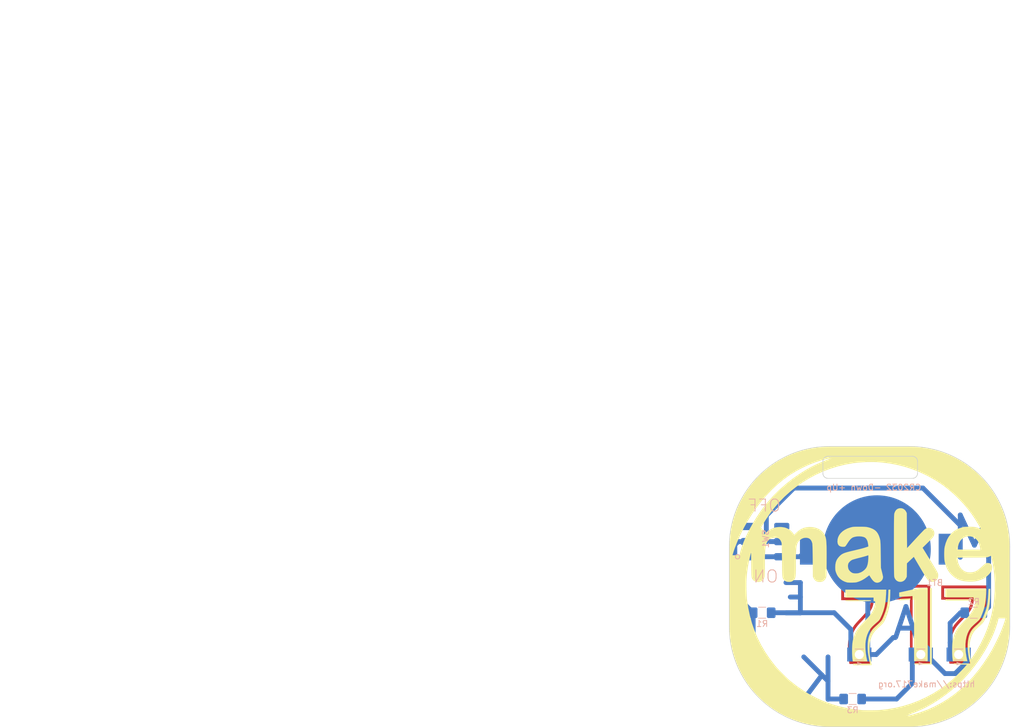
<source format=kicad_pcb>
(kicad_pcb (version 20171130) (host pcbnew "(5.1.5)-3")

  (general
    (thickness 1.6)
    (drawings 338)
    (tracks 41)
    (zones 0)
    (modules 12)
    (nets 9)
  )

  (page A4)
  (layers
    (0 F.Cu signal)
    (31 B.Cu signal)
    (32 B.Adhes user)
    (33 F.Adhes user)
    (34 B.Paste user)
    (35 F.Paste user)
    (36 B.SilkS user)
    (37 F.SilkS user hide)
    (38 B.Mask user)
    (39 F.Mask user)
    (40 Dwgs.User user)
    (41 Cmts.User user)
    (42 Eco1.User user)
    (43 Eco2.User user)
    (44 Edge.Cuts user)
    (45 Margin user)
    (46 B.CrtYd user)
    (47 F.CrtYd user)
    (48 B.Fab user)
    (49 F.Fab user)
  )

  (setup
    (last_trace_width 0.25)
    (user_trace_width 0.8)
    (trace_clearance 0.2)
    (zone_clearance 0.508)
    (zone_45_only no)
    (trace_min 0.2)
    (via_size 0.6)
    (via_drill 0.4)
    (via_min_size 0.4)
    (via_min_drill 0.3)
    (uvia_size 0.3)
    (uvia_drill 0.1)
    (uvias_allowed no)
    (uvia_min_size 0.2)
    (uvia_min_drill 0.1)
    (edge_width 0.15)
    (segment_width 0.2)
    (pcb_text_width 0.3)
    (pcb_text_size 1.5 1.5)
    (mod_edge_width 0.15)
    (mod_text_size 1 1)
    (mod_text_width 0.15)
    (pad_size 1.524 1.524)
    (pad_drill 0.762)
    (pad_to_mask_clearance 0.2)
    (aux_axis_origin 0 0)
    (visible_elements 7FFFFFFF)
    (pcbplotparams
      (layerselection 0x010f0_ffffffff)
      (usegerberextensions false)
      (usegerberattributes false)
      (usegerberadvancedattributes false)
      (creategerberjobfile false)
      (excludeedgelayer true)
      (linewidth 0.100000)
      (plotframeref false)
      (viasonmask false)
      (mode 1)
      (useauxorigin false)
      (hpglpennumber 1)
      (hpglpenspeed 20)
      (hpglpendiameter 15.000000)
      (psnegative false)
      (psa4output false)
      (plotreference true)
      (plotvalue true)
      (plotinvisibletext false)
      (padsonsilk false)
      (subtractmaskfromsilk false)
      (outputformat 1)
      (mirror false)
      (drillshape 0)
      (scaleselection 1)
      (outputdirectory "gerbers/"))
  )

  (net 0 "")
  (net 1 GND)
  (net 2 "Net-(BT1-Pad1)")
  (net 3 "Net-(D1-Pad2)")
  (net 4 "Net-(D2-Pad2)")
  (net 5 "Net-(D3-Pad2)")
  (net 6 "Net-(R1-Pad1)")
  (net 7 "Net-(SW1-Pad6)")
  (net 8 "Net-(SW1-Pad3)")

  (net_class Default "This is the default net class."
    (clearance 0.2)
    (trace_width 0.25)
    (via_dia 0.6)
    (via_drill 0.4)
    (uvia_dia 0.3)
    (uvia_drill 0.1)
    (add_net GND)
    (add_net "Net-(BT1-Pad1)")
    (add_net "Net-(D1-Pad2)")
    (add_net "Net-(D2-Pad2)")
    (add_net "Net-(D3-Pad2)")
    (add_net "Net-(R1-Pad1)")
    (add_net "Net-(SW1-Pad3)")
    (add_net "Net-(SW1-Pad6)")
  )

  (module myparts:LED_0807_Hole (layer B.Cu) (tedit 5E3A01BC) (tstamp 5E2B8326)
    (at 155.45 106.7 180)
    (descr "LED 1206 smd package")
    (tags "LED led 1206 SMD smd SMT smt smdled SMDLED smtled SMTLED")
    (path /5E2B8412)
    (attr smd)
    (fp_text reference D2 (at 0 2.380762 180) (layer B.SilkS)
      (effects (font (size 0 0) (thickness 0.15)) (justify mirror))
    )
    (fp_text value LED (at 0 -1.7 180) (layer B.Fab)
      (effects (font (size 0 0) (thickness 0.15)) (justify mirror))
    )
    (fp_line (start 0.3 -1.3) (end 0.2 -1.5) (layer B.SilkS) (width 0.12))
    (fp_line (start 0.2 -1.5) (end 0.3 -1.7) (layer B.SilkS) (width 0.12))
    (fp_line (start -0.3 -1.5) (end 0.3 -1.7) (layer B.SilkS) (width 0.12))
    (fp_line (start -0.3 -1.5) (end 0.3 -1.3) (layer B.SilkS) (width 0.12))
    (fp_line (start -0.45 0.4) (end -0.45 -0.4) (layer B.Fab) (width 0.1))
    (fp_line (start -0.4 0) (end 0.2 0.4) (layer B.Fab) (width 0.1))
    (fp_line (start 0.2 -0.4) (end -0.4 0) (layer B.Fab) (width 0.1))
    (fp_line (start 0.2 0.4) (end 0.2 -0.4) (layer B.Fab) (width 0.1))
    (fp_line (start 1.6 -0.8) (end -1.6 -0.8) (layer B.Fab) (width 0.1))
    (fp_line (start 1.6 0.8) (end 1.6 -0.8) (layer B.Fab) (width 0.1))
    (fp_line (start -1.6 0.8) (end 1.6 0.8) (layer B.Fab) (width 0.1))
    (fp_line (start -1.6 -0.8) (end -1.6 0.8) (layer B.Fab) (width 0.1))
    (fp_line (start -0.7 -0.9) (end 0.7 -0.9) (layer B.SilkS) (width 0.12))
    (fp_line (start -0.7 0.9) (end 0.7 0.9) (layer B.SilkS) (width 0.12))
    (fp_line (start 2.65 1) (end 2.65 -1) (layer B.CrtYd) (width 0.05))
    (fp_line (start 2.65 -1) (end -2.65 -1) (layer B.CrtYd) (width 0.05))
    (fp_line (start -2.65 -1) (end -2.65 1) (layer B.CrtYd) (width 0.05))
    (fp_line (start -2.65 1) (end 2.65 1) (layer B.CrtYd) (width 0.05))
    (fp_circle (center 0 0) (end 0.1 0) (layer B.Mask) (width 1))
    (pad "" np_thru_hole circle (at 0 0 180) (size 1.524 1.524) (drill 1.5) (layers *.Cu))
    (pad 2 smd rect (at 1.4 0) (size 1.2 2.3) (layers B.Cu B.Paste B.Mask)
      (net 4 "Net-(D2-Pad2)"))
    (pad 1 smd rect (at -1.4 0) (size 1.2 2.3) (layers B.Cu B.Paste B.Mask)
      (net 1 GND))
    (model ${KISYS3DMOD}/LEDs.3dshapes/LED_1206.wrl
      (at (xyz 0 0 0))
      (scale (xyz 1 1 1))
      (rotate (xyz 0 0 180))
    )
  )

  (module myparts:LED_0807_Hole (layer B.Cu) (tedit 5E3A01BC) (tstamp 5E365B7E)
    (at 149.2 106.7 180)
    (descr "LED 1206 smd package")
    (tags "LED led 1206 SMD smd SMT smt smdled SMDLED smtled SMTLED")
    (path /5E367249)
    (attr smd)
    (fp_text reference D3 (at 0 2.380762) (layer B.SilkS)
      (effects (font (size 0 0) (thickness 0.15)) (justify mirror))
    )
    (fp_text value LED (at 0 -1.7) (layer B.Fab)
      (effects (font (size 0 0) (thickness 0.15)) (justify mirror))
    )
    (fp_line (start 0.3 -1.3) (end 0.2 -1.5) (layer B.SilkS) (width 0.12))
    (fp_line (start 0.2 -1.5) (end 0.3 -1.7) (layer B.SilkS) (width 0.12))
    (fp_line (start -0.3 -1.5) (end 0.3 -1.7) (layer B.SilkS) (width 0.12))
    (fp_line (start -0.3 -1.5) (end 0.3 -1.3) (layer B.SilkS) (width 0.12))
    (fp_line (start -0.45 0.4) (end -0.45 -0.4) (layer B.Fab) (width 0.1))
    (fp_line (start -0.4 0) (end 0.2 0.4) (layer B.Fab) (width 0.1))
    (fp_line (start 0.2 -0.4) (end -0.4 0) (layer B.Fab) (width 0.1))
    (fp_line (start 0.2 0.4) (end 0.2 -0.4) (layer B.Fab) (width 0.1))
    (fp_line (start 1.6 -0.8) (end -1.6 -0.8) (layer B.Fab) (width 0.1))
    (fp_line (start 1.6 0.8) (end 1.6 -0.8) (layer B.Fab) (width 0.1))
    (fp_line (start -1.6 0.8) (end 1.6 0.8) (layer B.Fab) (width 0.1))
    (fp_line (start -1.6 -0.8) (end -1.6 0.8) (layer B.Fab) (width 0.1))
    (fp_line (start -0.7 -0.9) (end 0.7 -0.9) (layer B.SilkS) (width 0.12))
    (fp_line (start -0.7 0.9) (end 0.7 0.9) (layer B.SilkS) (width 0.12))
    (fp_line (start 2.65 1) (end 2.65 -1) (layer B.CrtYd) (width 0.05))
    (fp_line (start 2.65 -1) (end -2.65 -1) (layer B.CrtYd) (width 0.05))
    (fp_line (start -2.65 -1) (end -2.65 1) (layer B.CrtYd) (width 0.05))
    (fp_line (start -2.65 1) (end 2.65 1) (layer B.CrtYd) (width 0.05))
    (fp_circle (center 0 0) (end 0.1 0) (layer B.Mask) (width 1))
    (pad "" np_thru_hole circle (at 0 0 180) (size 1.524 1.524) (drill 1.5) (layers *.Cu))
    (pad 2 smd rect (at 1.4 0) (size 1.2 2.3) (layers B.Cu B.Paste B.Mask)
      (net 5 "Net-(D3-Pad2)"))
    (pad 1 smd rect (at -1.4 0) (size 1.2 2.3) (layers B.Cu B.Paste B.Mask)
      (net 1 GND))
    (model ${KISYS3DMOD}/LEDs.3dshapes/LED_1206.wrl
      (at (xyz 0 0 0))
      (scale (xyz 1 1 1))
      (rotate (xyz 0 0 180))
    )
  )

  (module myparts:LED_0807_Hole (layer B.Cu) (tedit 5E3A01BC) (tstamp 5E2B831A)
    (at 139.05 106.7 180)
    (descr "LED 1206 smd package")
    (tags "LED led 1206 SMD smd SMT smt smdled SMDLED smtled SMTLED")
    (path /5E2B7FF3)
    (attr smd)
    (fp_text reference D1 (at 0 2.380762) (layer B.SilkS)
      (effects (font (size 0 0) (thickness 0.15)) (justify mirror))
    )
    (fp_text value LED (at 0 -1.7) (layer B.Fab)
      (effects (font (size 0 0) (thickness 0.15)) (justify mirror))
    )
    (fp_line (start 0.3 -1.3) (end 0.2 -1.5) (layer B.SilkS) (width 0.12))
    (fp_line (start 0.2 -1.5) (end 0.3 -1.7) (layer B.SilkS) (width 0.12))
    (fp_line (start -0.3 -1.5) (end 0.3 -1.7) (layer B.SilkS) (width 0.12))
    (fp_line (start -0.3 -1.5) (end 0.3 -1.3) (layer B.SilkS) (width 0.12))
    (fp_line (start -0.45 0.4) (end -0.45 -0.4) (layer B.Fab) (width 0.1))
    (fp_line (start -0.4 0) (end 0.2 0.4) (layer B.Fab) (width 0.1))
    (fp_line (start 0.2 -0.4) (end -0.4 0) (layer B.Fab) (width 0.1))
    (fp_line (start 0.2 0.4) (end 0.2 -0.4) (layer B.Fab) (width 0.1))
    (fp_line (start 1.6 -0.8) (end -1.6 -0.8) (layer B.Fab) (width 0.1))
    (fp_line (start 1.6 0.8) (end 1.6 -0.8) (layer B.Fab) (width 0.1))
    (fp_line (start -1.6 0.8) (end 1.6 0.8) (layer B.Fab) (width 0.1))
    (fp_line (start -1.6 -0.8) (end -1.6 0.8) (layer B.Fab) (width 0.1))
    (fp_line (start -0.7 -0.9) (end 0.7 -0.9) (layer B.SilkS) (width 0.12))
    (fp_line (start -0.7 0.9) (end 0.7 0.9) (layer B.SilkS) (width 0.12))
    (fp_line (start 2.65 1) (end 2.65 -1) (layer B.CrtYd) (width 0.05))
    (fp_line (start 2.65 -1) (end -2.65 -1) (layer B.CrtYd) (width 0.05))
    (fp_line (start -2.65 -1) (end -2.65 1) (layer B.CrtYd) (width 0.05))
    (fp_line (start -2.65 1) (end 2.65 1) (layer B.CrtYd) (width 0.05))
    (fp_circle (center 0 0) (end 0.1 0) (layer B.Mask) (width 1))
    (pad "" np_thru_hole circle (at 0 0 180) (size 1.524 1.524) (drill 1.5) (layers *.Cu))
    (pad 2 smd rect (at 1.4 0) (size 1.2 2.3) (layers B.Cu B.Paste B.Mask)
      (net 3 "Net-(D1-Pad2)"))
    (pad 1 smd rect (at -1.4 0) (size 1.2 2.3) (layers B.Cu B.Paste B.Mask)
      (net 1 GND))
    (model ${KISYS3DMOD}/LEDs.3dshapes/LED_1206.wrl
      (at (xyz 0 0 0))
      (scale (xyz 1 1 1))
      (rotate (xyz 0 0 180))
    )
  )

  (module Make717-kicad-inverted:F.SilkNew (layer F.Cu) (tedit 0) (tstamp 0)
    (at 166 70.2)
    (fp_text reference G*** (at 0 0) (layer F.SilkS) hide
      (effects (font (size 1.524 1.524) (thickness 0.3)))
    )
    (fp_text value LOGO (at 0.75 0) (layer F.SilkS) hide
      (effects (font (size 1.524 1.524) (thickness 0.3)))
    )
    (fp_poly (pts (xy -19.743777 12.408776) (xy -19.505875 12.553053) (xy -19.313999 12.762129) (xy -19.234538 12.898001)
      (xy -19.1135 13.1445) (xy -19.092333 16.035589) (xy -19.071166 18.926677) (xy -17.7165 17.457214)
      (xy -17.435707 17.153881) (xy -17.1659 16.864803) (xy -16.913792 16.597004) (xy -16.686096 16.357512)
      (xy -16.489525 16.15335) (xy -16.330792 15.991546) (xy -16.216611 15.879125) (xy -16.158776 15.826987)
      (xy -15.909914 15.672916) (xy -15.657537 15.592561) (xy -15.410834 15.579072) (xy -15.17899 15.625598)
      (xy -14.971194 15.72529) (xy -14.796633 15.871297) (xy -14.664493 16.056769) (xy -14.583963 16.274855)
      (xy -14.564228 16.518705) (xy -14.614477 16.781468) (xy -14.675833 16.932726) (xy -14.725462 17.020108)
      (xy -14.799118 17.122794) (xy -14.903549 17.248287) (xy -15.045502 17.404092) (xy -15.231725 17.597716)
      (xy -15.468966 17.836662) (xy -15.649389 18.015555) (xy -16.509778 18.864942) (xy -15.403934 20.661388)
      (xy -15.111514 21.136706) (xy -14.860469 21.545856) (xy -14.647648 21.894682) (xy -14.469897 22.189026)
      (xy -14.324063 22.434732) (xy -14.206996 22.637645) (xy -14.115541 22.803607) (xy -14.046547 22.938462)
      (xy -13.996862 23.048054) (xy -13.963332 23.138226) (xy -13.942806 23.214823) (xy -13.93213 23.283687)
      (xy -13.928153 23.350662) (xy -13.927666 23.397907) (xy -13.960966 23.720916) (xy -14.057945 23.993381)
      (xy -14.214224 24.210614) (xy -14.425424 24.367928) (xy -14.687166 24.460634) (xy -14.943286 24.485147)
      (xy -15.059078 24.482876) (xy -15.163311 24.473558) (xy -15.260093 24.452164) (xy -15.353532 24.413664)
      (xy -15.447739 24.353031) (xy -15.546821 24.265235) (xy -15.654888 24.145248) (xy -15.776048 23.988039)
      (xy -15.914409 23.788581) (xy -16.074082 23.541843) (xy -16.259174 23.242798) (xy -16.473794 22.886416)
      (xy -16.722051 22.467668) (xy -17.008055 21.981526) (xy -17.057239 21.897755) (xy -17.957621 20.364011)
      (xy -18.52247 20.900059) (xy -19.087319 21.436108) (xy -19.100409 22.539637) (xy -19.1135 23.643167)
      (xy -19.232158 23.884802) (xy -19.397074 24.134484) (xy -19.610855 24.32429) (xy -19.860962 24.448056)
      (xy -20.134854 24.49962) (xy -20.419992 24.47282) (xy -20.425833 24.471416) (xy -20.688992 24.365779)
      (xy -20.907055 24.191208) (xy -21.073507 23.954137) (xy -21.157537 23.749) (xy -21.168512 23.709104)
      (xy -21.178331 23.660529) (xy -21.187055 23.598624) (xy -21.194751 23.518741) (xy -21.201481 23.41623)
      (xy -21.207309 23.28644) (xy -21.2123 23.124724) (xy -21.216516 22.92643) (xy -21.220022 22.686909)
      (xy -21.222882 22.401512) (xy -21.225159 22.065588) (xy -21.226917 21.674489) (xy -21.22822 21.223565)
      (xy -21.229132 20.708166) (xy -21.229717 20.123642) (xy -21.230038 19.465343) (xy -21.230159 18.728621)
      (xy -21.230166 18.457334) (xy -21.230113 17.694487) (xy -21.229906 17.011623) (xy -21.229479 16.404058)
      (xy -21.228763 15.867105) (xy -21.227692 15.396083) (xy -21.226197 14.986305) (xy -21.224211 14.633088)
      (xy -21.221666 14.331748) (xy -21.218495 14.0776) (xy -21.214629 13.865959) (xy -21.210002 13.692143)
      (xy -21.204545 13.551465) (xy -21.198191 13.439242) (xy -21.190872 13.350791) (xy -21.18252 13.281425)
      (xy -21.173069 13.226461) (xy -21.162449 13.181216) (xy -21.153504 13.150278) (xy -21.026862 12.843678)
      (xy -20.857875 12.609653) (xy -20.644697 12.446426) (xy -20.385482 12.352221) (xy -20.310915 12.338901)
      (xy -20.01602 12.335368) (xy -19.743777 12.408776)) (layer F.SilkS) (width 0.01))
    (fp_poly (pts (xy -26.580992 15.391737) (xy -26.264863 15.398214) (xy -26.00257 15.411878) (xy -25.778739 15.434489)
      (xy -25.577994 15.467809) (xy -25.384958 15.513597) (xy -25.184259 15.573613) (xy -25.086981 15.605856)
      (xy -24.71209 15.760381) (xy -24.395078 15.953887) (xy -24.129773 16.193975) (xy -23.910006 16.488247)
      (xy -23.729604 16.844304) (xy -23.582398 17.269747) (xy -23.51063 17.54771) (xy -23.494414 17.630293)
      (xy -23.480329 17.733538) (xy -23.468079 17.86479) (xy -23.45737 18.031394) (xy -23.447906 18.240695)
      (xy -23.439393 18.500038) (xy -23.431534 18.816768) (xy -23.424036 19.198231) (xy -23.416604 19.651771)
      (xy -23.411175 20.023667) (xy -23.380536 22.203834) (xy -23.205075 22.902334) (xy -23.146671 23.140585)
      (xy -23.096485 23.356284) (xy -23.058024 23.533461) (xy -23.034796 23.656146) (xy -23.029474 23.701755)
      (xy -23.069051 23.952018) (xy -23.179821 24.18103) (xy -23.348768 24.376339) (xy -23.562876 24.525494)
      (xy -23.809131 24.616041) (xy -24.008077 24.638) (xy -24.204883 24.613785) (xy -24.392628 24.537155)
      (xy -24.578294 24.402135) (xy -24.768859 24.202748) (xy -24.971307 23.933019) (xy -25.145425 23.664334)
      (xy -25.220251 23.543076) (xy -25.27494 23.454527) (xy -25.296755 23.4193) (xy -25.331362 23.438077)
      (xy -25.419094 23.498356) (xy -25.545842 23.590183) (xy -25.666323 23.680028) (xy -26.056131 23.956737)
      (xy -26.419244 24.175893) (xy -26.777233 24.349508) (xy -27.072166 24.462901) (xy -27.243442 24.520316)
      (xy -27.383981 24.560808) (xy -27.516173 24.587734) (xy -27.662408 24.604452) (xy -27.845074 24.614318)
      (xy -28.086561 24.620689) (xy -28.1305 24.621575) (xy -28.369098 24.623628) (xy -28.591398 24.620697)
      (xy -28.777102 24.61339) (xy -28.905915 24.602316) (xy -28.934833 24.597443) (xy -29.329177 24.476511)
      (xy -29.70587 24.293605) (xy -30.042708 24.061255) (xy -30.27507 23.840993) (xy -30.462722 23.611258)
      (xy -30.609594 23.377823) (xy -30.733514 23.109628) (xy -30.804355 22.91885) (xy -30.856334 22.758482)
      (xy -30.89028 22.617677) (xy -30.909912 22.46961) (xy -30.918949 22.287462) (xy -30.92109 22.076834)
      (xy -30.915553 21.97308) (xy -28.825416 21.97308) (xy -28.786836 22.232139) (xy -28.707374 22.456177)
      (xy -28.687777 22.492138) (xy -28.52854 22.705455) (xy -28.327754 22.887515) (xy -28.110803 23.016958)
      (xy -28.025963 23.048979) (xy -27.784328 23.096) (xy -27.501747 23.108145) (xy -27.214429 23.085407)
      (xy -27.031592 23.04918) (xy -26.685062 22.923851) (xy -26.361369 22.739913) (xy -26.077002 22.510033)
      (xy -25.848447 22.246879) (xy -25.730434 22.049527) (xy -25.664137 21.887772) (xy -25.599778 21.687496)
      (xy -25.55429 21.505334) (xy -25.527617 21.347845) (xy -25.503184 21.153732) (xy -25.481984 20.939053)
      (xy -25.46501 20.719868) (xy -25.453256 20.512237) (xy -25.447713 20.332218) (xy -25.449377 20.195872)
      (xy -25.459239 20.119257) (xy -25.467897 20.108355) (xy -25.52623 20.122399) (xy -25.634812 20.158391)
      (xy -25.7175 20.188701) (xy -25.817714 20.221476) (xy -25.985933 20.270553) (xy -26.20794 20.332044)
      (xy -26.469514 20.40206) (xy -26.756439 20.476714) (xy -26.959217 20.528255) (xy -27.252391 20.603777)
      (xy -27.527119 20.677806) (xy -27.769831 20.74643) (xy -27.96696 20.805738) (xy -28.104938 20.851816)
      (xy -28.159342 20.874249) (xy -28.364067 21.005036) (xy -28.550938 21.171964) (xy -28.697435 21.352392)
      (xy -28.768868 21.487094) (xy -28.82035 21.7133) (xy -28.825416 21.97308) (xy -30.915553 21.97308)
      (xy -30.897394 21.632831) (xy -30.821322 21.244926) (xy -30.687267 20.898638) (xy -30.48962 20.579484)
      (xy -30.222775 20.272985) (xy -30.222375 20.272582) (xy -30.082698 20.139002) (xy -29.943852 20.023864)
      (xy -29.795865 19.923072) (xy -29.628766 19.832531) (xy -29.432584 19.748146) (xy -29.197349 19.665821)
      (xy -28.913089 19.581461) (xy -28.569833 19.490971) (xy -28.157611 19.390255) (xy -27.961166 19.343839)
      (xy -27.539063 19.24438) (xy -27.187198 19.160315) (xy -26.893222 19.0884) (xy -26.644784 19.025394)
      (xy -26.429532 18.968053) (xy -26.235117 18.913135) (xy -26.049186 18.857397) (xy -25.85939 18.797596)
      (xy -25.767994 18.768029) (xy -25.605722 18.713494) (xy -25.509218 18.673059) (xy -25.46332 18.63595)
      (xy -25.452865 18.591389) (xy -25.458837 18.5483) (xy -25.476383 18.441291) (xy -25.497476 18.292626)
      (xy -25.508692 18.205722) (xy -25.575781 17.868253) (xy -25.684903 17.579085) (xy -25.830818 17.348091)
      (xy -26.008285 17.18514) (xy -26.069202 17.149825) (xy -26.32601 17.055811) (xy -26.635842 16.998754)
      (xy -26.975734 16.978277) (xy -27.322719 16.994003) (xy -27.653831 17.045555) (xy -27.946105 17.132556)
      (xy -28.057445 17.182459) (xy -28.251115 17.310309) (xy -28.450253 17.501207) (xy -28.660192 17.761128)
      (xy -28.886268 18.096043) (xy -28.916178 18.143881) (xy -29.069588 18.381507) (xy -29.190688 18.547035)
      (xy -29.283054 18.645046) (xy -29.331021 18.67537) (xy -29.429827 18.695239) (xy -29.579907 18.705403)
      (xy -29.742969 18.703841) (xy -30.025683 18.659288) (xy -30.247809 18.555685) (xy -30.410083 18.392289)
      (xy -30.513242 18.168361) (xy -30.55799 17.88381) (xy -30.537084 17.491515) (xy -30.436916 17.117182)
      (xy -30.261857 16.76559) (xy -30.016279 16.441518) (xy -29.704554 16.149746) (xy -29.331052 15.895054)
      (xy -28.900147 15.682222) (xy -28.416209 15.516029) (xy -28.384333 15.507307) (xy -28.244491 15.470735)
      (xy -28.121703 15.442885) (xy -28.001122 15.422535) (xy -27.867901 15.408464) (xy -27.707191 15.399452)
      (xy -27.504144 15.394277) (xy -27.243913 15.391718) (xy -26.966333 15.390687) (xy -26.580992 15.391737)) (layer F.SilkS) (width 0.01))
    (fp_poly (pts (xy -18.542 27.462946) (xy -19.166416 27.49109) (xy -19.416801 27.503259) (xy -19.664121 27.516825)
      (xy -19.883141 27.530304) (xy -20.048628 27.542215) (xy -20.076583 27.544587) (xy -20.22765 27.556702)
      (xy -20.3131 27.555804) (xy -20.351627 27.536627) (xy -20.361927 27.493905) (xy -20.362333 27.464105)
      (xy -20.35516 27.403647) (xy -20.320249 27.368346) (xy -20.237512 27.347404) (xy -20.118916 27.333273)
      (xy -19.989464 27.322579) (xy -19.797513 27.310017) (xy -19.565175 27.296888) (xy -19.314557 27.28449)
      (xy -19.20875 27.279796) (xy -18.542 27.251315) (xy -18.542 27.462946)) (layer F.SilkS) (width 0.01))
    (fp_poly (pts (xy -8.509 27.601334) (xy -12.742333 27.601334) (xy -12.742333 27.389667) (xy -8.509 27.389667)
      (xy -8.509 27.601334)) (layer F.SilkS) (width 0.01))
    (fp_poly (pts (xy -26.658325 27.516736) (xy -26.25874 27.517128) (xy -25.929999 27.51812) (xy -25.665191 27.519987)
      (xy -25.457406 27.523006) (xy -25.299732 27.527454) (xy -25.185258 27.533607) (xy -25.107073 27.541741)
      (xy -25.058267 27.552134) (xy -25.031927 27.56506) (xy -25.021143 27.580798) (xy -25.019004 27.599623)
      (xy -25.019 27.601334) (xy -25.020732 27.620427) (xy -25.030534 27.636411) (xy -25.055319 27.64956)
      (xy -25.101996 27.660153) (xy -25.177478 27.668464) (xy -25.288675 27.674771) (xy -25.442498 27.67935)
      (xy -25.645859 27.682477) (xy -25.905668 27.684429) (xy -26.228836 27.685483) (xy -26.622275 27.685914)
      (xy -27.092896 27.686) (xy -27.135666 27.686) (xy -27.613008 27.685931) (xy -28.012593 27.685539)
      (xy -28.341334 27.684547) (xy -28.606142 27.68268) (xy -28.813927 27.679661) (xy -28.971601 27.675213)
      (xy -29.086075 27.66906) (xy -29.16426 27.660926) (xy -29.213066 27.650533) (xy -29.239406 27.637607)
      (xy -29.25019 27.621869) (xy -29.252329 27.603044) (xy -29.252333 27.601334) (xy -29.250601 27.58224)
      (xy -29.240799 27.566256) (xy -29.216014 27.553107) (xy -29.169337 27.542514) (xy -29.093855 27.534203)
      (xy -28.982658 27.527896) (xy -28.828835 27.523317) (xy -28.625474 27.52019) (xy -28.365665 27.518238)
      (xy -28.042497 27.517184) (xy -27.649058 27.516753) (xy -27.178437 27.516667) (xy -27.135666 27.516667)
      (xy -26.658325 27.516736)) (layer F.SilkS) (width 0.01))
    (fp_poly (pts (xy -6.024093 26.44775) (xy -6.04997 27.010815) (xy -6.090482 27.50897) (xy -6.149119 27.961233)
      (xy -6.229371 28.386623) (xy -6.334724 28.80416) (xy -6.46867 29.232863) (xy -6.604597 29.612225)
      (xy -6.735395 29.952332) (xy -6.846846 30.222465) (xy -6.944148 30.433682) (xy -7.032499 30.597039)
      (xy -7.117095 30.723594) (xy -7.14181 30.755167) (xy -7.208392 30.825754) (xy -7.325879 30.938906)
      (xy -7.480843 31.082137) (xy -7.659861 31.242966) (xy -7.781186 31.349655) (xy -7.981892 31.529612)
      (xy -8.178881 31.715088) (xy -8.354642 31.888984) (xy -8.49166 32.034202) (xy -8.539985 32.090489)
      (xy -8.831323 32.513661) (xy -9.066765 32.996094) (xy -9.245658 33.532887) (xy -9.367349 34.119141)
      (xy -9.431186 34.749955) (xy -9.436516 35.420428) (xy -9.382687 36.125662) (xy -9.269044 36.860754)
      (xy -9.212235 37.136917) (xy -9.112475 37.592) (xy -11.505142 37.592) (xy -11.562821 37.158084)
      (xy -11.589067 36.898517) (xy -11.607874 36.58298) (xy -11.619374 36.228946) (xy -11.623698 35.853891)
      (xy -11.620976 35.475289) (xy -11.61134 35.110616) (xy -11.594922 34.777346) (xy -11.571852 34.492953)
      (xy -11.542262 34.274913) (xy -11.541135 34.268834) (xy -11.413821 33.712394) (xy -11.246357 33.20535)
      (xy -11.030835 32.732883) (xy -10.759344 32.280178) (xy -10.423976 31.832417) (xy -10.016822 31.374783)
      (xy -9.970657 31.326667) (xy -9.552719 30.889) (xy -9.193337 30.500737) (xy -8.888032 30.15476)
      (xy -8.632322 29.843949) (xy -8.421728 29.561186) (xy -8.251769 29.299354) (xy -8.117965 29.051333)
      (xy -8.015834 28.810005) (xy -7.940897 28.568252) (xy -7.888673 28.318954) (xy -7.854682 28.054995)
      (xy -7.845707 27.950584) (xy -7.819091 27.601334) (xy -8.085666 27.601334) (xy -8.085666 27.051)
      (xy -12.742333 27.051) (xy -12.742333 25.654) (xy -5.998084 25.654) (xy -6.024093 26.44775)) (layer F.SilkS) (width 0.01))
    (fp_poly (pts (xy -16.35125 25.526575) (xy -15.663333 25.527) (xy -15.663333 37.592) (xy -17.907 37.592)
      (xy -17.907 27.432) (xy -18.161 27.432) (xy -18.161 26.840632) (xy -18.404416 26.86178)
      (xy -18.516599 26.870154) (xy -18.689945 26.881442) (xy -18.9079 26.894725) (xy -19.153909 26.909081)
      (xy -19.411416 26.92359) (xy -19.663867 26.937333) (xy -19.894707 26.949389) (xy -20.08738 26.958836)
      (xy -20.225332 26.964756) (xy -20.285135 26.966334) (xy -20.32314 26.957478) (xy -20.346238 26.91996)
      (xy -20.358018 26.837355) (xy -20.362071 26.693238) (xy -20.362333 26.613175) (xy -20.362333 26.260016)
      (xy -18.70075 25.893083) (xy -17.039166 25.52615) (xy -16.35125 25.526575)) (layer F.SilkS) (width 0.01))
    (fp_poly (pts (xy -22.534398 26.532417) (xy -22.581403 27.302718) (xy -22.668032 28.010817) (xy -22.79763 28.671011)
      (xy -22.973541 29.297598) (xy -23.199112 29.904876) (xy -23.452666 30.457396) (xy -23.533044 30.613319)
      (xy -23.605786 30.736015) (xy -23.685551 30.842972) (xy -23.786999 30.95168) (xy -23.924791 31.079629)
      (xy -24.108833 31.240212) (xy -24.301688 31.408895) (xy -24.495566 31.582704) (xy -24.669566 31.742645)
      (xy -24.802789 31.869723) (xy -24.817459 31.884272) (xy -25.143076 32.267871) (xy -25.418149 32.715723)
      (xy -25.64025 33.222414) (xy -25.806953 33.782532) (xy -25.905126 34.309765) (xy -25.944183 34.743825)
      (xy -25.951355 35.234673) (xy -25.92798 35.76122) (xy -25.875395 36.302379) (xy -25.794937 36.837061)
      (xy -25.721799 37.200417) (xy -25.624165 37.634334) (xy -28.015244 37.634334) (xy -28.039849 37.49675)
      (xy -28.085408 37.17221) (xy -28.118281 36.791705) (xy -28.138539 36.373858) (xy -28.146253 35.937291)
      (xy -28.141495 35.500628) (xy -28.124334 35.082489) (xy -28.094844 34.701499) (xy -28.053094 34.376279)
      (xy -28.027396 34.239243) (xy -27.926233 33.819524) (xy -27.808595 33.438928) (xy -27.66739 33.085338)
      (xy -27.49553 32.746636) (xy -27.285924 32.410705) (xy -27.031484 32.065427) (xy -26.72512 31.698685)
      (xy -26.359741 31.298362) (xy -26.222284 31.153985) (xy -25.865689 30.778313) (xy -25.565349 30.451378)
      (xy -25.314916 30.164909) (xy -25.108046 29.910638) (xy -24.938393 29.680294) (xy -24.799611 29.465609)
      (xy -24.685353 29.258313) (xy -24.589275 29.050136) (xy -24.56771 28.997873) (xy -24.483139 28.747008)
      (xy -24.412352 28.459238) (xy -24.36279 28.170904) (xy -24.341895 27.91835) (xy -24.341666 27.893943)
      (xy -24.344578 27.77005) (xy -24.362283 27.708784) (xy -24.408234 27.688114) (xy -24.468666 27.686)
      (xy -24.595666 27.686) (xy -24.595666 27.093334) (xy -29.252333 27.093334) (xy -29.252333 25.781)
      (xy -22.508012 25.781) (xy -22.534398 26.532417)) (layer F.SilkS) (width 0.01))
    (fp_poly (pts (xy -14.986 38.142334) (xy -16.4465 38.142334) (xy -16.836314 38.142204) (xy -17.149779 38.141493)
      (xy -17.395212 38.13972) (xy -17.580931 38.136401) (xy -17.715251 38.131055) (xy -17.806492 38.1232)
      (xy -17.86297 38.112353) (xy -17.893002 38.098032) (xy -17.904906 38.079755) (xy -17.907 38.057667)
      (xy -17.904586 38.033959) (xy -17.891497 38.015147) (xy -17.85896 38.000666) (xy -17.798201 37.989949)
      (xy -17.700447 37.98243) (xy -17.556926 37.977544) (xy -17.358865 37.974724) (xy -17.09749 37.973405)
      (xy -16.764029 37.973019) (xy -16.594666 37.973) (xy -15.282333 37.973) (xy -15.282333 25.527)
      (xy -14.986 25.527) (xy -14.986 38.142334)) (layer F.SilkS) (width 0.01))
    (fp_poly (pts (xy -21.857532 26.76525) (xy -21.879753 27.344799) (xy -21.915121 27.856952) (xy -21.966592 28.318365)
      (xy -22.037119 28.745693) (xy -22.129657 29.155592) (xy -22.24716 29.564717) (xy -22.392583 29.989723)
      (xy -22.462706 30.176991) (xy -22.569545 30.454243) (xy -22.662375 30.684089) (xy -22.749438 30.877693)
      (xy -22.838981 31.046215) (xy -22.939249 31.20082) (xy -23.058485 31.352669) (xy -23.204934 31.512924)
      (xy -23.386842 31.692749) (xy -23.612453 31.903305) (xy -23.890013 32.155756) (xy -23.993119 32.248992)
      (xy -24.349616 32.611901) (xy -24.639536 33.000293) (xy -24.870556 33.427681) (xy -25.050353 33.907579)
      (xy -25.151057 34.287301) (xy -25.195988 34.543889) (xy -25.230697 34.861534) (xy -25.254295 35.217141)
      (xy -25.265896 35.587619) (xy -25.26461 35.949871) (xy -25.24955 36.280805) (xy -25.234187 36.449)
      (xy -25.210977 36.624992) (xy -25.17703 36.845576) (xy -25.135487 37.093786) (xy -25.08949 37.352653)
      (xy -25.042181 37.605211) (xy -24.996701 37.834493) (xy -24.956191 38.023531) (xy -24.923794 38.155358)
      (xy -24.910388 38.197808) (xy -24.908124 38.216557) (xy -24.922448 38.231727) (xy -24.96125 38.243692)
      (xy -25.032418 38.25283) (xy -25.143841 38.259515) (xy -25.303409 38.264124) (xy -25.519009 38.267032)
      (xy -25.79853 38.268616) (xy -26.149862 38.269251) (xy -26.411471 38.269334) (xy -27.94 38.269334)
      (xy -27.94 38.015334) (xy -25.150404 38.015334) (xy -25.189949 37.898917) (xy -25.225161 37.774731)
      (xy -25.270121 37.585881) (xy -25.320991 37.351275) (xy -25.373937 37.089818) (xy -25.425121 36.820416)
      (xy -25.470709 36.561977) (xy -25.505017 36.346027) (xy -25.535949 36.074108) (xy -25.558446 35.747821)
      (xy -25.570735 35.397201) (xy -25.572498 35.203027) (xy -25.557805 34.671339) (xy -25.512553 34.202747)
      (xy -25.433329 33.78015) (xy -25.316722 33.386446) (xy -25.159319 33.004535) (xy -25.115803 32.914167)
      (xy -24.975253 32.657416) (xy -24.814914 32.423957) (xy -24.619919 32.195683) (xy -24.3754 31.954487)
      (xy -24.195405 31.793128) (xy -23.838075 31.470541) (xy -23.552892 31.189195) (xy -23.33873 30.947906)
      (xy -23.194463 30.745492) (xy -23.187681 30.734) (xy -23.133292 30.628068) (xy -23.056719 30.462075)
      (xy -22.966308 30.254928) (xy -22.870408 30.025534) (xy -22.82149 29.904604) (xy -22.63831 29.416136)
      (xy -22.491965 28.95301) (xy -22.378096 28.494224) (xy -22.292342 28.018774) (xy -22.230344 27.505659)
      (xy -22.187742 26.933875) (xy -22.181786 26.82289) (xy -22.169052 26.566627) (xy -22.157917 26.330792)
      (xy -22.149124 26.132047) (xy -22.143413 25.987053) (xy -22.141538 25.918584) (xy -22.133848 25.827605)
      (xy -22.095904 25.789288) (xy -22.002121 25.781042) (xy -21.985706 25.781) (xy -21.831079 25.781)
      (xy -21.857532 26.76525)) (layer F.SilkS) (width 0.01))
    (fp_poly (pts (xy -26.700369 2.137757) (xy -25.761041 2.137823) (xy -25.315333 2.137834) (xy -24.311554 2.137945)
      (xy -23.389085 2.138295) (xy -22.544568 2.138906) (xy -21.774646 2.139799) (xy -21.075963 2.140999)
      (xy -20.445162 2.142527) (xy -19.878885 2.144407) (xy -19.373776 2.146659) (xy -18.926477 2.149308)
      (xy -18.533632 2.152376) (xy -18.191883 2.155885) (xy -17.897875 2.159857) (xy -17.648249 2.164316)
      (xy -17.439649 2.169283) (xy -17.268717 2.174782) (xy -17.132098 2.180835) (xy -17.026433 2.187465)
      (xy -16.9545 2.194001) (xy -15.75881 2.367313) (xy -14.592637 2.619008) (xy -13.458267 2.947971)
      (xy -12.357986 3.353087) (xy -11.294081 3.833243) (xy -10.268837 4.387324) (xy -9.284541 5.014216)
      (xy -8.343479 5.712804) (xy -7.447937 6.481974) (xy -6.741849 7.17215) (xy -5.941206 8.060168)
      (xy -5.214728 8.989004) (xy -4.562409 9.958675) (xy -3.98424 10.969199) (xy -3.480213 12.020593)
      (xy -3.050319 13.112874) (xy -2.694551 14.24606) (xy -2.4129 15.420168) (xy -2.205358 16.635215)
      (xy -2.174412 16.869834) (xy -2.164906 16.950432) (xy -2.156208 17.03718) (xy -2.14827 17.134089)
      (xy -2.141048 17.24517) (xy -2.134496 17.374436) (xy -2.128567 17.525898) (xy -2.123217 17.703569)
      (xy -2.118398 17.91146) (xy -2.114066 18.153584) (xy -2.110174 18.433951) (xy -2.106677 18.756575)
      (xy -2.103528 19.125467) (xy -2.100683 19.544638) (xy -2.098095 20.018102) (xy -2.095717 20.549868)
      (xy -2.093506 21.143951) (xy -2.091414 21.804361) (xy -2.089396 22.53511) (xy -2.087406 23.340211)
      (xy -2.085398 24.223675) (xy -2.084226 24.765) (xy -2.082156 25.854469) (xy -2.080785 26.860552)
      (xy -2.080117 27.78453) (xy -2.080159 28.62768) (xy -2.080913 29.391282) (xy -2.082387 30.076614)
      (xy -2.084583 30.684956) (xy -2.087509 31.217586) (xy -2.091167 31.675783) (xy -2.095564 32.060826)
      (xy -2.100704 32.373993) (xy -2.106593 32.616565) (xy -2.113234 32.789819) (xy -2.115437 32.8295)
      (xy -2.219417 33.966644) (xy -2.390392 35.059458) (xy -2.631258 36.118924) (xy -2.944906 37.156024)
      (xy -3.334231 38.181739) (xy -3.788544 39.1795) (xy -4.296297 40.140877) (xy -4.843736 41.037131)
      (xy -5.441031 41.882492) (xy -6.09835 42.691193) (xy -6.825862 43.477463) (xy -6.94666 43.59934)
      (xy -7.798025 44.392515) (xy -8.701123 45.122694) (xy -9.650808 45.787209) (xy -10.641935 46.383393)
      (xy -11.669358 46.908578) (xy -12.727933 47.360095) (xy -13.812514 47.735277) (xy -14.917955 48.031456)
      (xy -15.850327 48.215824) (xy -16.01754 48.243732) (xy -16.171004 48.269246) (xy -16.314975 48.292477)
      (xy -16.453706 48.313538) (xy -16.591453 48.33254) (xy -16.732471 48.349596) (xy -16.881015 48.364818)
      (xy -17.041339 48.378317) (xy -17.217698 48.390206) (xy -17.414348 48.400596) (xy -17.635542 48.4096)
      (xy -17.885536 48.41733) (xy -18.168586 48.423898) (xy -18.488944 48.429415) (xy -18.850867 48.433994)
      (xy -19.25861 48.437746) (xy -19.716427 48.440785) (xy -20.228573 48.443221) (xy -20.799302 48.445167)
      (xy -21.432871 48.446735) (xy -22.133533 48.448036) (xy -22.905544 48.449184) (xy -23.753158 48.450289)
      (xy -24.68063 48.451464) (xy -24.807333 48.451628) (xy -25.598005 48.452457) (xy -26.37217 48.452885)
      (xy -27.124996 48.452926) (xy -27.851655 48.452595) (xy -28.547317 48.451905) (xy -29.207152 48.450871)
      (xy -29.82633 48.449507) (xy -30.400021 48.447828) (xy -30.923396 48.445848) (xy -31.391624 48.443581)
      (xy -31.799877 48.441043) (xy -32.143323 48.438246) (xy -32.417134 48.435205) (xy -32.61648 48.431936)
      (xy -32.73653 48.428451) (xy -32.744833 48.428048) (xy -33.918982 48.324854) (xy -35.077294 48.138677)
      (xy -36.217388 47.870123) (xy -37.336881 47.5198) (xy -38.433392 47.088315) (xy -38.98003 46.838622)
      (xy -39.379551 46.630167) (xy -19.134666 46.630167) (xy -19.1135 46.651334) (xy -19.092333 46.630167)
      (xy -19.1135 46.609) (xy -19.134666 46.630167) (xy -39.379551 46.630167) (xy -39.443658 46.596718)
      (xy -19.05 46.596718) (xy -19.031791 46.607747) (xy -18.939206 46.597472) (xy -18.779416 46.567347)
      (xy -18.559596 46.518829) (xy -18.286918 46.453374) (xy -18.055166 46.394847) (xy -16.892725 46.053046)
      (xy -15.745128 45.630698) (xy -14.619229 45.131547) (xy -13.521883 44.559335) (xy -12.459944 43.917805)
      (xy -11.440266 43.2107) (xy -10.469703 42.441762) (xy -9.906 41.945132) (xy -8.983388 41.046142)
      (xy -8.093233 40.072521) (xy -7.239562 39.029389) (xy -6.4264 37.921867) (xy -5.657774 36.755074)
      (xy -5.125427 35.865896) (xy -4.933585 35.520616) (xy -4.719806 35.116367) (xy -4.493694 34.672756)
      (xy -4.264851 34.209387) (xy -4.042882 33.745864) (xy -3.83739 33.301793) (xy -3.657977 32.896778)
      (xy -3.575852 32.7025) (xy -3.468174 32.434872) (xy -3.354942 32.140414) (xy -3.241476 31.834246)
      (xy -3.133093 31.53149) (xy -3.035113 31.247265) (xy -2.952854 30.996693) (xy -2.891636 30.794892)
      (xy -2.857361 30.659917) (xy -2.829606 30.522334) (xy -3.401617 30.522334) (xy -3.633765 30.521363)
      (xy -3.795852 30.524291) (xy -3.902347 30.53988) (xy -3.967714 30.57689) (xy -4.006422 30.644083)
      (xy -4.032937 30.75022) (xy -4.061726 30.90406) (xy -4.065698 30.9245) (xy -4.10948 31.107227)
      (xy -4.179601 31.351622) (xy -4.27039 31.640969) (xy -4.37618 31.958554) (xy -4.491301 32.287661)
      (xy -4.610084 32.611574) (xy -4.726861 32.913578) (xy -4.80508 33.104667) (xy -4.977572 33.495608)
      (xy -5.185487 33.936833) (xy -5.418194 34.407579) (xy -5.665064 34.887082) (xy -5.915468 35.35458)
      (xy -6.158774 35.78931) (xy -6.322172 36.068) (xy -7.091059 37.278349) (xy -7.903319 38.418086)
      (xy -8.763196 39.491678) (xy -9.674933 40.503597) (xy -10.642772 41.45831) (xy -11.670958 42.360287)
      (xy -12.763733 43.213997) (xy -13.791548 43.935145) (xy -14.338891 44.293339) (xy -14.85141 44.612244)
      (xy -15.346843 44.901248) (xy -15.842929 45.16974) (xy -16.357404 45.427109) (xy -16.908007 45.682743)
      (xy -17.512476 45.946031) (xy -17.885833 46.102264) (xy -18.177221 46.223155) (xy -18.442645 46.334109)
      (xy -18.672161 46.430901) (xy -18.855825 46.509309) (xy -18.983691 46.565109) (xy -19.045817 46.594077)
      (xy -19.05 46.596718) (xy -39.443658 46.596718) (xy -40.042388 46.284324) (xy -41.051965 45.663929)
      (xy -42.007786 44.97831) (xy -42.908874 44.228336) (xy -43.754254 43.41488) (xy -44.542949 42.538812)
      (xy -45.273984 41.601003) (xy -45.922782 40.64) (xy -46.463163 39.706637) (xy -46.94771 38.719479)
      (xy -47.370928 37.692808) (xy -47.72732 36.640907) (xy -48.01139 35.578057) (xy -48.170906 34.798)
      (xy -48.199188 34.639367) (xy -48.225132 34.493497) (xy -48.248838 34.356346) (xy -48.270407 34.223867)
      (xy -48.28994 34.092015) (xy -48.307537 33.956744) (xy -48.3233 33.814007) (xy -48.337328 33.65976)
      (xy -48.349723 33.489956) (xy -48.360586 33.30055) (xy -48.370017 33.087496) (xy -48.378117 32.846748)
      (xy -48.384988 32.57426) (xy -48.390729 32.265986) (xy -48.395441 31.917881) (xy -48.399226 31.525898)
      (xy -48.402183 31.085993) (xy -48.404415 30.594118) (xy -48.406021 30.046229) (xy -48.407102 29.438279)
      (xy -48.40776 28.766224) (xy -48.408094 28.026016) (xy -48.408206 27.21361) (xy -48.408197 26.32496)
      (xy -48.408167 25.356021) (xy -48.408166 25.273) (xy -48.408181 24.87331) (xy -45.585678 24.87331)
      (xy -45.584376 25.313935) (xy -45.577577 25.765189) (xy -45.56559 26.209459) (xy -45.54872 26.629131)
      (xy -45.527276 27.006594) (xy -45.501564 27.324235) (xy -45.489989 27.432) (xy -45.292368 28.771492)
      (xy -45.019245 30.072869) (xy -44.670118 31.337296) (xy -44.244486 32.56594) (xy -43.741849 33.759966)
      (xy -43.161706 34.920542) (xy -42.503558 36.048832) (xy -41.766902 37.146003) (xy -40.951239 38.213221)
      (xy -40.764044 38.440624) (xy -40.514438 38.728296) (xy -40.215024 39.054424) (xy -39.88127 39.40354)
      (xy -39.528643 39.760178) (xy -39.172609 40.10887) (xy -38.828636 40.434149) (xy -38.512191 40.720549)
      (xy -38.313624 40.891045) (xy -37.251941 41.723976) (xy -36.158627 42.478441) (xy -35.03332 43.154588)
      (xy -33.875656 43.752563) (xy -32.685273 44.272514) (xy -31.461806 44.714588) (xy -30.204892 45.078931)
      (xy -28.914169 45.365691) (xy -27.589272 45.575014) (xy -26.458333 45.690442) (xy -26.285643 45.699496)
      (xy -26.044686 45.706075) (xy -25.751824 45.710257) (xy -25.423419 45.712119) (xy -25.075832 45.711738)
      (xy -24.725425 45.709191) (xy -24.388559 45.704555) (xy -24.081597 45.697909) (xy -23.820898 45.689329)
      (xy -23.622826 45.678892) (xy -23.596397 45.676926) (xy -22.270189 45.530847) (xy -20.967037 45.304319)
      (xy -19.689585 44.998458) (xy -18.440477 44.614377) (xy -17.222355 44.153189) (xy -16.037863 43.616008)
      (xy -14.889646 43.003948) (xy -13.780345 42.318123) (xy -12.712605 41.559645) (xy -11.689069 40.72963)
      (xy -11.535833 40.59578) (xy -11.266263 40.350672) (xy -10.964418 40.063839) (xy -10.646288 39.751441)
      (xy -10.327863 39.429641) (xy -10.02513 39.114601) (xy -9.754079 38.822484) (xy -9.530699 38.569451)
      (xy -9.527479 38.565667) (xy -9.185549 38.1635) (xy -10.307775 38.152225) (xy -10.644735 38.148616)
      (xy -10.90651 38.144842) (xy -11.102577 38.140098) (xy -11.242414 38.133579) (xy -11.335499 38.124483)
      (xy -11.391311 38.112003) (xy -11.419328 38.095335) (xy -11.429027 38.073676) (xy -11.43 38.056975)
      (xy -11.427558 38.034065) (xy -11.414552 38.015752) (xy -11.382461 38.00152) (xy -11.322767 37.990857)
      (xy -11.226949 37.983247) (xy -11.086487 37.978177) (xy -10.892861 37.975132) (xy -10.637552 37.973597)
      (xy -10.312039 37.973059) (xy -10.038877 37.973) (xy -8.647754 37.973) (xy -8.769281 37.475584)
      (xy -8.911982 36.796447) (xy -9.007987 36.125155) (xy -9.057155 35.472539) (xy -9.059347 34.84943)
      (xy -9.014422 34.266659) (xy -8.922237 33.735057) (xy -8.822545 33.378077) (xy -8.670348 32.979746)
      (xy -8.494218 32.640692) (xy -8.278016 32.336417) (xy -8.005603 32.042426) (xy -7.843179 31.891547)
      (xy -7.537645 31.616453) (xy -7.287648 31.383355) (xy -7.083982 31.179687) (xy -6.917443 30.992883)
      (xy -6.778823 30.810378) (xy -6.658918 30.619607) (xy -6.548522 30.408003) (xy -6.43843 30.163001)
      (xy -6.319436 29.872036) (xy -6.267698 29.741018) (xy -6.115414 29.330529) (xy -5.990781 28.939404)
      (xy -5.890518 28.550662) (xy -5.811347 28.147324) (xy -5.749986 27.712407) (xy -5.703157 27.228932)
      (xy -5.667579 26.679918) (xy -5.664328 26.617084) (xy -5.615524 25.654) (xy -5.321164 25.654)
      (xy -5.347446 26.659417) (xy -5.369114 27.2393) (xy -5.403626 27.75109) (xy -5.453802 28.210766)
      (xy -5.522464 28.634308) (xy -5.612433 29.037694) (xy -5.72653 29.436904) (xy -5.867577 29.847915)
      (xy -5.947783 30.059488) (xy -6.079952 30.394323) (xy -6.193499 30.664421) (xy -6.298644 30.884648)
      (xy -6.405605 31.069869) (xy -6.524602 31.23495) (xy -6.665853 31.394758) (xy -6.839579 31.564157)
      (xy -7.055998 31.758014) (xy -7.203404 31.886042) (xy -7.543048 32.193522) (xy -7.818623 32.477913)
      (xy -8.041223 32.755099) (xy -8.221943 33.040961) (xy -8.371879 33.351383) (xy -8.502124 33.702246)
      (xy -8.527839 33.782) (xy -8.633124 34.168173) (xy -8.70444 34.560547) (xy -8.744321 34.98071)
      (xy -8.755299 35.450251) (xy -8.751388 35.687) (xy -8.740993 35.933662) (xy -8.723542 36.194308)
      (xy -8.700676 36.455378) (xy -8.674039 36.703312) (xy -8.645272 36.924549) (xy -8.616019 37.105528)
      (xy -8.587921 37.232688) (xy -8.56262 37.292468) (xy -8.556605 37.2953) (xy -8.518427 37.260806)
      (xy -8.442579 37.164664) (xy -8.336018 37.017177) (xy -8.205701 36.828648) (xy -8.058586 36.60938)
      (xy -7.90163 36.369676) (xy -7.74179 36.119839) (xy -7.586022 35.870171) (xy -7.508858 35.743692)
      (xy -6.872916 34.611486) (xy -6.313218 33.446009) (xy -5.830414 32.25142) (xy -5.425155 31.031876)
      (xy -5.098093 29.791533) (xy -4.849877 28.534551) (xy -4.681159 27.265086) (xy -4.592589 25.987296)
      (xy -4.584819 24.705339) (xy -4.658498 23.423371) (xy -4.814278 22.145552) (xy -5.052809 20.876038)
      (xy -5.129608 20.543054) (xy -5.174514 20.362673) (xy -5.207895 20.252667) (xy -5.235745 20.20058)
      (xy -5.264059 20.193952) (xy -5.289222 20.211335) (xy -5.361608 20.255386) (xy -5.486723 20.313089)
      (xy -5.630333 20.369281) (xy -5.689764 20.39022) (xy -5.746998 20.40801) (xy -5.809221 20.422948)
      (xy -5.88362 20.43533) (xy -5.977383 20.445453) (xy -6.097695 20.453614) (xy -6.251743 20.46011)
      (xy -6.446715 20.465238) (xy -6.689797 20.469294) (xy -6.988175 20.472576) (xy -7.349037 20.475381)
      (xy -7.779568 20.478005) (xy -8.286957 20.480745) (xy -8.334719 20.480997) (xy -10.763937 20.493828)
      (xy -10.734956 20.819664) (xy -10.665581 21.229082) (xy -10.536023 21.624992) (xy -10.354668 21.989507)
      (xy -10.129904 22.304741) (xy -9.954759 22.483406) (xy -9.665721 22.697754) (xy -9.358568 22.841766)
      (xy -9.018956 22.920058) (xy -8.63254 22.937243) (xy -8.554079 22.934056) (xy -8.278074 22.907891)
      (xy -8.027063 22.855551) (xy -7.788387 22.770347) (xy -7.549393 22.645588) (xy -7.297423 22.474584)
      (xy -7.019821 22.250646) (xy -6.703933 21.967083) (xy -6.676608 21.941601) (xy -6.499578 21.78086)
      (xy -6.331853 21.637088) (xy -6.188411 21.522524) (xy -6.084227 21.449406) (xy -6.055028 21.433668)
      (xy -5.88991 21.391628) (xy -5.693463 21.384691) (xy -5.499362 21.410352) (xy -5.341282 21.466106)
      (xy -5.304297 21.489525) (xy -5.1584 21.617107) (xy -5.07004 21.7505) (xy -5.027126 21.915913)
      (xy -5.017364 22.111688) (xy -5.024433 22.293226) (xy -5.050859 22.440371) (xy -5.106285 22.593478)
      (xy -5.160755 22.711834) (xy -5.309612 22.958896) (xy -5.518234 23.219048) (xy -5.767837 23.473777)
      (xy -6.039639 23.704574) (xy -6.314855 23.892926) (xy -6.41687 23.94975) (xy -6.883941 24.16319)
      (xy -7.351829 24.316693) (xy -7.838467 24.413912) (xy -8.361789 24.458505) (xy -8.899557 24.455852)
      (xy -9.493083 24.406618) (xy -10.025095 24.307576) (xy -10.504959 24.155227) (xy -10.942043 23.946068)
      (xy -11.345713 23.676598) (xy -11.62925 23.435536) (xy -11.992582 23.05058) (xy -12.294589 22.626691)
      (xy -12.540084 22.154922) (xy -12.733882 21.626328) (xy -12.854606 21.158034) (xy -12.889529 20.936924)
      (xy -12.914923 20.652471) (xy -12.930761 20.325154) (xy -12.937013 19.97545) (xy -12.933652 19.623838)
      (xy -12.920649 19.290799) (xy -12.908896 19.138391) (xy -10.752666 19.138391) (xy -10.711428 19.147155)
      (xy -10.592089 19.155053) (xy -10.401211 19.161949) (xy -10.145355 19.167709) (xy -9.831085 19.172201)
      (xy -9.464963 19.175289) (xy -9.05355 19.176839) (xy -8.862803 19.177) (xy -6.972939 19.177)
      (xy -6.99902 18.933584) (xy -7.08063 18.475787) (xy -7.219274 18.071477) (xy -7.411036 17.724286)
      (xy -7.652002 17.437848) (xy -7.938256 17.215795) (xy -8.265883 17.06176) (xy -8.630967 16.979376)
      (xy -9.029593 16.972276) (xy -9.105196 16.979338) (xy -9.442775 17.057832) (xy -9.757352 17.211888)
      (xy -10.039745 17.433536) (xy -10.280775 17.714808) (xy -10.47126 18.047732) (xy -10.543579 18.227918)
      (xy -10.58649 18.366604) (xy -10.63372 18.543911) (xy -10.6796 18.735152) (xy -10.71846 18.91564)
      (xy -10.744631 19.060688) (xy -10.752666 19.138391) (xy -12.908896 19.138391) (xy -12.897976 18.996809)
      (xy -12.865606 18.762349) (xy -12.857962 18.724387) (xy -12.688432 18.096831) (xy -12.464627 17.534154)
      (xy -12.186137 17.035917) (xy -11.852557 16.601678) (xy -11.463476 16.230996) (xy -11.018489 15.923431)
      (xy -10.517186 15.678543) (xy -9.959161 15.495891) (xy -9.8425 15.467207) (xy -9.684446 15.435279)
      (xy -9.516839 15.413073) (xy -9.321026 15.399288) (xy -9.078354 15.392619) (xy -8.770172 15.391764)
      (xy -8.763 15.391798) (xy -8.381167 15.399714) (xy -8.063736 15.421667) (xy -7.7911 15.46115)
      (xy -7.543654 15.521656) (xy -7.301791 15.606679) (xy -7.121975 15.684178) (xy -7.031806 15.725579)
      (xy -6.968168 15.750374) (xy -6.933145 15.75056) (xy -6.928824 15.718133) (xy -6.957289 15.64509)
      (xy -7.020625 15.523428) (xy -7.120918 15.345143) (xy -7.260253 15.102231) (xy -7.284682 15.05967)
      (xy -7.844175 14.134213) (xy -8.427192 13.271301) (xy -9.047933 12.452426) (xy -9.720597 11.659077)
      (xy -10.459382 10.872746) (xy -10.622299 10.708727) (xy -11.416536 9.950032) (xy -12.209811 9.262799)
      (xy -13.018114 8.635536) (xy -13.857432 8.056753) (xy -14.743754 7.514959) (xy -15.69307 6.998662)
      (xy -16.002 6.842313) (xy -17.15138 6.310681) (xy -18.308853 5.857645) (xy -19.48255 5.480997)
      (xy -20.680604 5.178529) (xy -21.911147 4.948033) (xy -23.182312 4.7873) (xy -23.748363 4.738717)
      (xy -24.342118 4.708434) (xy -24.993417 4.699504) (xy -25.678111 4.711042) (xy -26.372049 4.742159)
      (xy -27.051082 4.791968) (xy -27.691061 4.859582) (xy -27.94 4.892734) (xy -29.224803 5.117809)
      (xy -30.485829 5.422469) (xy -31.719714 5.804433) (xy -32.923095 6.261417) (xy -34.092608 6.791139)
      (xy -35.224892 7.391317) (xy -36.316583 8.059668) (xy -37.364318 8.793909) (xy -38.364733 9.591759)
      (xy -39.314467 10.450933) (xy -40.210155 11.36915) (xy -41.048435 12.344128) (xy -41.825943 13.373583)
      (xy -42.539318 14.455234) (xy -42.881766 15.033971) (xy -43.178764 15.555554) (xy -43.011802 15.725861)
      (xy -42.839262 15.958992) (xy -42.740667 16.231906) (xy -42.714333 16.49757) (xy -42.714333 16.728495)
      (xy -42.395754 16.409915) (xy -41.987401 16.055854) (xy -41.550028 15.781329) (xy -41.083689 15.586362)
      (xy -40.588441 15.47097) (xy -40.064339 15.435175) (xy -39.701675 15.455262) (xy -39.377284 15.501667)
      (xy -39.096017 15.575779) (xy -38.817806 15.689562) (xy -38.671506 15.762873) (xy -38.475011 15.889293)
      (xy -38.2618 16.063994) (xy -38.057309 16.262992) (xy -37.88697 16.462304) (xy -37.809584 16.575654)
      (xy -37.709668 16.742834) (xy -37.343917 16.379837) (xy -36.954356 16.03718) (xy -36.553297 15.774779)
      (xy -36.131972 15.589526) (xy -35.681613 15.478316) (xy -35.193455 15.438041) (xy -34.741122 15.457361)
      (xy -34.25642 15.53738) (xy -33.818619 15.68265) (xy -33.431675 15.890764) (xy -33.099542 16.159317)
      (xy -32.826175 16.485901) (xy -32.695481 16.702139) (xy -32.630424 16.831571) (xy -32.573616 16.962927)
      (xy -32.524548 17.102559) (xy -32.482713 17.256819) (xy -32.447604 17.432056) (xy -32.418713 17.634623)
      (xy -32.395533 17.870872) (xy -32.377557 18.147153) (xy -32.364276 18.469818) (xy -32.355184 18.845218)
      (xy -32.349774 19.279704) (xy -32.347537 19.779629) (xy -32.347967 20.351343) (xy -32.350556 21.001197)
      (xy -32.350644 21.0185) (xy -32.353409 21.550194) (xy -32.356028 22.004055) (xy -32.358763 22.386918)
      (xy -32.361876 22.705617) (xy -32.36563 22.966984) (xy -32.370288 23.177854) (xy -32.37611 23.34506)
      (xy -32.383361 23.475436) (xy -32.392302 23.575816) (xy -32.403197 23.653033) (xy -32.416306 23.71392)
      (xy -32.431893 23.765312) (xy -32.45022 23.814043) (xy -32.458811 23.835393) (xy -32.588932 24.070802)
      (xy -32.767128 24.272767) (xy -32.972286 24.418705) (xy -33.029223 24.445433) (xy -33.175067 24.484303)
      (xy -33.371295 24.50658) (xy -33.49489 24.51007) (xy -33.803176 24.480976) (xy -34.055517 24.391969)
      (xy -34.26096 24.237399) (xy -34.428556 24.011614) (xy -34.493544 23.886324) (xy -34.6075 23.643167)
      (xy -34.634573 20.997334) (xy -34.641007 20.437876) (xy -34.648305 19.927787) (xy -34.656346 19.471874)
      (xy -34.665007 19.074947) (xy -34.674166 18.741813) (xy -34.683702 18.47728) (xy -34.693491 18.286158)
      (xy -34.703412 18.173253) (xy -34.706803 18.153493) (xy -34.809281 17.82609) (xy -34.952565 17.571628)
      (xy -35.14007 17.387086) (xy -35.375213 17.269442) (xy -35.661408 17.215674) (xy -35.771666 17.211402)
      (xy -36.09893 17.243221) (xy -36.393897 17.346543) (xy -36.667556 17.526285) (xy -36.843617 17.691032)
      (xy -37.003208 17.86883) (xy -37.113656 18.024186) (xy -37.192148 18.187281) (xy -37.255866 18.388296)
      (xy -37.268951 18.438044) (xy -37.30446 18.595028) (xy -37.334449 18.77219) (xy -37.359307 18.977192)
      (xy -37.379421 19.217693) (xy -37.395182 19.501353) (xy -37.406979 19.835831) (xy -37.415199 20.228788)
      (xy -37.420233 20.687883) (xy -37.422468 21.220777) (xy -37.422666 21.465402) (xy -37.423274 21.980885)
      (xy -37.425801 22.419256) (xy -37.431299 22.788065) (xy -37.440824 23.094864) (xy -37.455429 23.347201)
      (xy -37.476168 23.552628) (xy -37.504095 23.718695) (xy -37.540263 23.852952) (xy -37.585727 23.96295)
      (xy -37.64154 24.056239) (xy -37.708757 24.140369) (xy -37.788431 24.222891) (xy -37.81054 24.244271)
      (xy -37.991293 24.38417) (xy -38.193707 24.469004) (xy -38.440124 24.506545) (xy -38.57489 24.51007)
      (xy -38.851899 24.488263) (xy -39.074326 24.418918) (xy -39.26282 24.29334) (xy -39.383899 24.16935)
      (xy -39.441026 24.102263) (xy -39.490325 24.039788) (xy -39.532438 23.975405) (xy -39.56801 23.902599)
      (xy -39.597684 23.814853) (xy -39.622103 23.70565) (xy -39.641912 23.568473) (xy -39.657754 23.396805)
      (xy -39.670272 23.18413) (xy -39.68011 22.92393) (xy -39.687911 22.609689) (xy -39.694319 22.23489)
      (xy -39.699978 21.793016) (xy -39.705532 21.27755) (xy -39.709692 20.870334) (xy -39.716197 20.278586)
      (xy -39.72287 19.766865) (xy -39.729842 19.33053) (xy -39.737248 18.964939) (xy -39.745217 18.665452)
      (xy -39.753884 18.427429) (xy -39.76338 18.24623) (xy -39.773837 18.117213) (xy -39.785388 18.035737)
      (xy -39.791141 18.012834) (xy -39.918147 17.707139) (xy -40.08291 17.475276) (xy -40.289669 17.314705)
      (xy -40.542662 17.222887) (xy -40.846126 17.197281) (xy -41.113398 17.220582) (xy -41.469411 17.305262)
      (xy -41.763815 17.447331) (xy -41.998576 17.648264) (xy -42.175659 17.909531) (xy -42.245173 18.068574)
      (xy -42.308042 18.252729) (xy -42.361864 18.446415) (xy -42.407274 18.657364) (xy -42.444909 18.893308)
      (xy -42.475404 19.161979) (xy -42.499394 19.47111) (xy -42.517515 19.828433) (xy -42.530403 20.241681)
      (xy -42.538694 20.718584) (xy -42.543022 21.266876) (xy -42.544039 21.704333) (xy -42.545495 22.180882)
      (xy -42.549225 22.601472) (xy -42.555105 22.960899) (xy -42.563009 23.25396) (xy -42.572814 23.475449)
      (xy -42.584394 23.620163) (xy -42.590989 23.662939) (xy -42.686408 23.931788) (xy -42.843427 24.168128)
      (xy -43.047188 24.351305) (xy -43.1165 24.393509) (xy -43.362299 24.486) (xy -43.631574 24.517637)
      (xy -43.90428 24.49193) (xy -44.160372 24.41239) (xy -44.379805 24.282528) (xy -44.512221 24.149081)
      (xy -44.568591 24.075048) (xy -44.615987 24.008077) (xy -44.655267 23.940374) (xy -44.687285 23.864145)
      (xy -44.712898 23.771596) (xy -44.732963 23.654934) (xy -44.748334 23.506366) (xy -44.759869 23.318098)
      (xy -44.768422 23.082336) (xy -44.774851 22.791288) (xy -44.780012 22.437158) (xy -44.78476 22.012154)
      (xy -44.788666 21.632334) (xy -44.809833 19.579167) (xy -44.988775 20.298834) (xy -45.194837 21.201145)
      (xy -45.354738 22.073526) (xy -45.474428 22.952774) (xy -45.553529 23.791334) (xy -45.570561 24.094396)
      (xy -45.581175 24.460926) (xy -45.585678 24.87331) (xy -48.408181 24.87331) (xy -48.408205 24.296495)
      (xy -48.408246 23.400601) (xy -48.408182 22.581261) (xy -48.407904 21.834421) (xy -48.407301 21.156024)
      (xy -48.406265 20.542014) (xy -48.405 20.098094) (xy -47.879 20.098094) (xy -47.839242 20.101883)
      (xy -47.730219 20.103501) (xy -47.567304 20.102926) (xy -47.36587 20.100136) (xy -47.304209 20.098945)
      (xy -46.729418 20.087167) (xy -46.588224 19.535729) (xy -46.381188 18.828445) (xy -46.112801 18.077769)
      (xy -45.787918 17.293082) (xy -45.411397 16.483766) (xy -44.988093 15.659202) (xy -44.522863 14.828772)
      (xy -44.020563 14.001856) (xy -43.48605 13.187836) (xy -42.924178 12.396093) (xy -42.819635 12.2555)
      (xy -41.989988 11.216196) (xy -41.087618 10.214976) (xy -40.117496 9.256286) (xy -39.084597 8.344572)
      (xy -37.993894 7.48428) (xy -36.85036 6.679856) (xy -35.93186 6.098234) (xy -35.531862 5.860992)
      (xy -35.154918 5.64746) (xy -34.784845 5.449626) (xy -34.40546 5.259477) (xy -34.00058 5.069)
      (xy -33.554023 4.870184) (xy -33.049606 4.655016) (xy -32.841945 4.568359) (xy -32.537711 4.44161)
      (xy -32.260596 4.325355) (xy -32.019746 4.223495) (xy -31.824306 4.139929) (xy -31.683419 4.078557)
      (xy -31.606231 4.04328) (xy -31.594277 4.036278) (xy -31.636949 4.040804) (xy -31.745672 4.060477)
      (xy -31.90384 4.09211) (xy -32.08847 4.131136) (xy -33.135612 4.395682) (xy -34.193148 4.736917)
      (xy -35.249474 5.149767) (xy -36.292984 5.629163) (xy -37.312072 6.170034) (xy -38.295134 6.767308)
      (xy -38.629166 6.989161) (xy -39.568724 7.674691) (xy -40.486676 8.437568) (xy -41.378919 9.272299)
      (xy -42.24135 10.173393) (xy -43.069867 11.135359) (xy -43.860364 12.152704) (xy -44.60874 13.219938)
      (xy -45.31089 14.331568) (xy -45.962711 15.482103) (xy -46.5601 16.666051) (xy -47.098953 17.877921)
      (xy -47.468661 18.819238) (xy -47.552496 19.051217) (xy -47.63607 19.292447) (xy -47.714482 19.527659)
      (xy -47.782833 19.741585) (xy -47.836225 19.918956) (xy -47.869758 20.044502) (xy -47.879 20.098094)
      (xy -48.405 20.098094) (xy -48.404686 19.988336) (xy -48.402456 19.490934) (xy -48.399465 19.045753)
      (xy -48.395603 18.648735) (xy -48.390763 18.295826) (xy -48.384834 17.982969) (xy -48.377707 17.706109)
      (xy -48.369273 17.461191) (xy -48.359423 17.244157) (xy -48.348048 17.050953) (xy -48.335039 16.877522)
      (xy -48.320285 16.719809) (xy -48.303679 16.573758) (xy -48.285111 16.435313) (xy -48.264471 16.300418)
      (xy -48.241651 16.165017) (xy -48.216541 16.025056) (xy -48.189032 15.876477) (xy -48.159015 15.715225)
      (xy -48.149423 15.663334) (xy -47.894214 14.509498) (xy -47.559319 13.383939) (xy -47.145231 12.287724)
      (xy -46.652438 11.221921) (xy -46.081432 10.187597) (xy -45.432704 9.18582) (xy -44.755869 8.279044)
      (xy -44.372677 7.825184) (xy -43.930044 7.347484) (xy -43.443866 6.860743) (xy -42.93004 6.379759)
      (xy -42.404462 5.919331) (xy -41.883027 5.494256) (xy -41.381631 5.119333) (xy -41.300788 5.062523)
      (xy -40.367793 4.462081) (xy -39.382777 3.920628) (xy -38.357312 3.442993) (xy -37.302965 3.034007)
      (xy -36.231306 2.698497) (xy -35.153906 2.441294) (xy -34.907604 2.393922) (xy -34.742906 2.363429)
      (xy -34.59247 2.335452) (xy -34.452248 2.309882) (xy -34.318193 2.286612) (xy -34.18626 2.265533)
      (xy -34.052402 2.246538) (xy -33.91257 2.229519) (xy -33.76272 2.214367) (xy -33.598804 2.200974)
      (xy -33.416775 2.189233) (xy -33.212587 2.179035) (xy -32.982193 2.170273) (xy -32.721546 2.162838)
      (xy -32.426599 2.156622) (xy -32.093306 2.151518) (xy -31.71762 2.147417) (xy -31.295494 2.14421)
      (xy -30.822881 2.141791) (xy -30.295735 2.140052) (xy -29.710009 2.138883) (xy -29.061656 2.138177)
      (xy -28.34663 2.137826) (xy -27.560883 2.137722) (xy -26.700369 2.137757)) (layer F.SilkS) (width 0.01))
  )

  (module LOGO (layer F.Cu) (tedit 0) (tstamp 0)
    (at 166 70.2)
    (fp_text reference G*** (at 0 0) (layer F.SilkS) hide
      (effects (font (size 1.524 1.524) (thickness 0.3)))
    )
    (fp_text value LOGO (at 0.75 0) (layer F.SilkS) hide
      (effects (font (size 1.524 1.524) (thickness 0.3)))
    )
    (fp_poly (pts (xy -22.098575 25.601084) (xy -22.111707 26.344404) (xy -22.148619 27.041318) (xy -22.208478 27.68393)
      (xy -22.290455 28.264345) (xy -22.393719 28.77467) (xy -22.458381 29.0195) (xy -22.528337 29.242041)
      (xy -22.618953 29.503313) (xy -22.722946 29.784786) (xy -22.833033 30.067927) (xy -22.941932 30.334206)
      (xy -23.04236 30.565089) (xy -23.127035 30.742046) (xy -23.157078 30.797447) (xy -23.26822 30.954908)
      (xy -23.444841 31.156832) (xy -23.683011 31.399192) (xy -23.9788 31.677965) (xy -24.275337 31.942948)
      (xy -24.632037 32.294493) (xy -24.918708 32.668425) (xy -25.144717 33.080232) (xy -25.319428 33.545397)
      (xy -25.383641 33.775602) (xy -25.470309 34.222806) (xy -25.521024 34.72668) (xy -25.53551 35.267114)
      (xy -25.513496 35.823996) (xy -25.454706 36.377217) (xy -25.421888 36.586843) (xy -25.388837 36.768009)
      (xy -25.346467 36.983862) (xy -25.298627 37.216572) (xy -25.249166 37.448306) (xy -25.201933 37.661234)
      (xy -25.160776 37.837523) (xy -25.129544 37.959344) (xy -25.117061 37.999155) (xy -25.122434 38.013865)
      (xy -25.155546 38.025968) (xy -25.223363 38.0357) (xy -25.332849 38.043302) (xy -25.49097 38.049009)
      (xy -25.704689 38.05306) (xy -25.980973 38.055694) (xy -26.326785 38.057146) (xy -26.749091 38.057657)
      (xy -26.830458 38.057667) (xy -28.566308 38.057667) (xy -28.616274 37.771917) (xy -28.691905 37.276232)
      (xy -28.75198 36.752004) (xy -28.795561 36.21781) (xy -28.821709 35.692227) (xy -28.829483 35.193832)
      (xy -28.817944 34.741203) (xy -28.788253 34.370644) (xy -28.668949 33.67589) (xy -28.4776 33.014772)
      (xy -28.216685 32.394206) (xy -27.888683 31.821109) (xy -27.858469 31.775814) (xy -27.764944 31.650227)
      (xy -27.623902 31.477679) (xy -27.447071 31.271696) (xy -27.246178 31.045806) (xy -27.03295 30.813535)
      (xy -26.922448 30.696153) (xy -26.55116 30.301734) (xy -26.236081 29.957743) (xy -25.971908 29.656429)
      (xy -25.753338 29.390042) (xy -25.57507 29.150832) (xy -25.4318 28.931047) (xy -25.318225 28.722938)
      (xy -25.229042 28.518753) (xy -25.15895 28.310743) (xy -25.102645 28.091157) (xy -25.085418 28.011122)
      (xy -25.053306 27.844809) (xy -25.029728 27.702019) (xy -25.019181 27.61038) (xy -25.019 27.603118)
      (xy -25.020267 27.584909) (xy -25.028346 27.569455) (xy -25.049656 27.556531) (xy -25.090616 27.545909)
      (xy -25.157643 27.537365) (xy -25.257156 27.530671) (xy -25.395574 27.525603) (xy -25.579314 27.521934)
      (xy -25.814795 27.519438) (xy -26.108436 27.51789) (xy -26.466654 27.517062) (xy -26.895868 27.51673)
      (xy -27.402497 27.516667) (xy -29.929666 27.516667) (xy -29.929666 25.611667) (xy -29.464 25.611667)
      (xy -29.464 27.051) (xy -24.540381 27.051) (xy -24.566109 27.52725) (xy -24.594804 27.867408)
      (xy -24.645715 28.18362) (xy -24.723593 28.484149) (xy -24.833187 28.777261) (xy -24.97925 29.071221)
      (xy -25.16653 29.374292) (xy -25.399779 29.69474) (xy -25.683748 30.040829) (xy -26.023187 30.420824)
      (xy -26.422846 30.842989) (xy -26.543216 30.966834) (xy -26.900828 31.344269) (xy -27.198485 31.6854)
      (xy -27.445037 32.00327) (xy -27.64933 32.310918) (xy -27.820213 32.621385) (xy -27.966531 32.947712)
      (xy -28.065368 33.21041) (xy -28.219974 33.756673) (xy -28.32346 34.365645) (xy -28.375628 35.032393)
      (xy -28.376279 35.751983) (xy -28.325215 36.519482) (xy -28.229141 37.285084) (xy -28.182384 37.592)
      (xy -25.686458 37.592) (xy -25.71354 37.49675) (xy -25.730477 37.422126) (xy -25.758604 37.281822)
      (xy -25.7945 37.093555) (xy -25.834744 36.875041) (xy -25.850482 36.787667) (xy -25.937511 36.176137)
      (xy -25.98249 35.561157) (xy -25.98587 34.958402) (xy -25.948102 34.383547) (xy -25.869636 33.85227)
      (xy -25.752699 33.385859) (xy -25.608073 32.985708) (xy -25.435914 32.627668) (xy -25.225363 32.29613)
      (xy -24.965561 31.975487) (xy -24.645651 31.650129) (xy -24.377252 31.408724) (xy -24.135268 31.197401)
      (xy -23.942355 31.019886) (xy -23.788032 30.861008) (xy -23.661815 30.705593) (xy -23.553225 30.538468)
      (xy -23.45178 30.344461) (xy -23.346997 30.1084) (xy -23.228396 29.81511) (xy -23.165414 29.6545)
      (xy -22.994991 29.183929) (xy -22.858313 28.725388) (xy -22.752097 28.26101) (xy -22.673061 27.772928)
      (xy -22.617919 27.243275) (xy -22.583388 26.654184) (xy -22.57608 26.44775) (xy -22.550537 25.611667)
      (xy -29.464 25.611667) (xy -29.929666 25.611667) (xy -29.929666 25.146) (xy -22.098 25.146)
      (xy -22.098575 25.601084)) (layer F.Cu) (width 0.01))
    (fp_poly (pts (xy -15.24 38.015334) (xy -18.584333 38.015334) (xy -18.584333 27.305) (xy -18.767365 27.305)
      (xy -18.873119 27.307407) (xy -19.046617 27.31405) (xy -19.271092 27.324066) (xy -19.529775 27.336589)
      (xy -19.805898 27.350757) (xy -20.082692 27.365703) (xy -20.34339 27.380564) (xy -20.571223 27.394475)
      (xy -20.749422 27.406572) (xy -20.775083 27.408501) (xy -21.039666 27.428815) (xy -21.039666 26.924)
      (xy -20.577066 26.924) (xy -20.36529 26.924) (xy -20.247099 26.921425) (xy -20.062159 26.914333)
      (xy -19.828212 26.903672) (xy -19.562999 26.89039) (xy -19.284261 26.875434) (xy -19.009741 26.859754)
      (xy -18.757178 26.844297) (xy -18.544316 26.830012) (xy -18.404416 26.819205) (xy -18.161 26.798298)
      (xy -18.161 37.549667) (xy -15.705666 37.549667) (xy -15.705666 25.442334) (xy -17.5895 25.444708)
      (xy -19.071166 25.774851) (xy -20.552833 26.104995) (xy -20.564949 26.514498) (xy -20.577066 26.924)
      (xy -21.039666 26.924) (xy -21.039666 26.584547) (xy -21.039441 26.297542) (xy -21.037943 26.083975)
      (xy -21.033936 25.932619) (xy -21.026185 25.832244) (xy -21.013455 25.771623) (xy -20.994512 25.739528)
      (xy -20.968119 25.724729) (xy -20.944416 25.718619) (xy -20.882975 25.704899) (xy -20.748381 25.675009)
      (xy -20.550153 25.631059) (xy -20.297807 25.575156) (xy -20.000862 25.509409) (xy -19.668835 25.435927)
      (xy -19.311245 25.356817) (xy -19.220802 25.336812) (xy -17.592437 24.976667) (xy -15.24 24.976667)
      (xy -15.24 38.015334)) (layer F.Cu) (width 0.01))
    (fp_poly (pts (xy -5.588384 25.579917) (xy -5.60151 26.316967) (xy -5.639051 27.011236) (xy -5.700076 27.653981)
      (xy -5.783654 28.236456) (xy -5.888855 28.749916) (xy -5.95052 28.982341) (xy -6.024014 29.215941)
      (xy -6.117675 29.483622) (xy -6.224654 29.768536) (xy -6.3381 30.053832) (xy -6.451167 30.322659)
      (xy -6.557003 30.558169) (xy -6.648761 30.74351) (xy -6.707245 30.844062) (xy -6.797022 30.959439)
      (xy -6.932339 31.109195) (xy -7.094074 31.273051) (xy -7.245796 31.415255) (xy -7.559324 31.700324)
      (xy -7.815334 31.94159) (xy -8.022187 32.148433) (xy -8.188243 32.330234) (xy -8.321862 32.496374)
      (xy -8.431404 32.656235) (xy -8.525229 32.819197) (xy -8.563475 32.893874) (xy -8.771914 33.400213)
      (xy -8.918212 33.955135) (xy -9.002847 34.561602) (xy -9.026294 35.222573) (xy -9.010018 35.665834)
      (xy -8.980879 35.988681) (xy -8.932281 36.363244) (xy -8.869114 36.760146) (xy -8.796265 37.150012)
      (xy -8.718624 37.503468) (xy -8.67705 37.666556) (xy -8.636994 37.81678) (xy -8.607459 37.932431)
      (xy -8.593967 37.991771) (xy -8.593666 37.994639) (xy -8.634522 37.999105) (xy -8.751181 38.00324)
      (xy -8.93478 38.006938) (xy -9.176455 38.010093) (xy -9.467343 38.012599) (xy -9.798581 38.014351)
      (xy -10.161305 38.015241) (xy -10.324622 38.015334) (xy -12.055577 38.015334) (xy -12.080161 37.87775)
      (xy -12.147849 37.485711) (xy -12.200015 37.146461) (xy -12.238596 36.837677) (xy -12.265527 36.53704)
      (xy -12.282746 36.222229) (xy -12.29219 35.870923) (xy -12.295794 35.4608) (xy -12.295955 35.390667)
      (xy -12.295496 35.022072) (xy -12.292352 34.724879) (xy -12.285872 34.485847) (xy -12.275403 34.291736)
      (xy -12.260294 34.129304) (xy -12.239893 33.985313) (xy -12.222003 33.887834) (xy -12.060405 33.232198)
      (xy -11.846327 32.634897) (xy -11.57489 32.084246) (xy -11.270818 31.609506) (xy -11.16879 31.478216)
      (xy -11.019568 31.301118) (xy -10.835718 31.092381) (xy -10.629808 30.86617) (xy -10.414405 30.636654)
      (xy -10.328336 30.547028) (xy -9.976714 30.178538) (xy -9.68188 29.857928) (xy -9.437213 29.576976)
      (xy -9.236091 29.32746) (xy -9.071894 29.101156) (xy -8.937999 28.889842) (xy -8.827785 28.685294)
      (xy -8.825589 28.680834) (xy -8.714334 28.422524) (xy -8.620166 28.143114) (xy -8.550635 27.869817)
      (xy -8.513292 27.629849) (xy -8.509 27.539618) (xy -8.509 27.432) (xy -13.419666 27.432)
      (xy -13.419666 25.569334) (xy -12.954 25.569334) (xy -12.954 27.008667) (xy -8.043333 27.008667)
      (xy -8.043333 27.299455) (xy -8.06572 27.660366) (xy -8.127775 28.050744) (xy -8.22184 28.429852)
      (xy -8.298255 28.655443) (xy -8.397538 28.883584) (xy -8.523383 29.117167) (xy -8.681389 29.363488)
      (xy -8.877155 29.62984) (xy -9.116278 29.923518) (xy -9.404359 30.251817) (xy -9.746995 30.62203)
      (xy -10.053377 30.942162) (xy -10.370169 31.276574) (xy -10.631325 31.569516) (xy -10.846483 31.833437)
      (xy -11.025284 32.080787) (xy -11.177368 32.324015) (xy -11.301717 32.554334) (xy -11.515377 33.041138)
      (xy -11.678792 33.558861) (xy -11.792678 34.114181) (xy -11.857754 34.713772) (xy -11.874737 35.364313)
      (xy -11.844346 36.072479) (xy -11.767298 36.844947) (xy -11.765002 36.863369) (xy -11.737077 37.087691)
      (xy -11.713316 37.280866) (xy -11.695528 37.427987) (xy -11.685526 37.514147) (xy -11.684 37.530119)
      (xy -11.643406 37.535056) (xy -11.528581 37.539534) (xy -11.349959 37.543392) (xy -11.117976 37.546465)
      (xy -10.843066 37.54859) (xy -10.535664 37.549604) (xy -10.435166 37.549667) (xy -10.119793 37.54913)
      (xy -9.833669 37.547613) (xy -9.58723 37.545252) (xy -9.39091 37.542185) (xy -9.255145 37.538552)
      (xy -9.190368 37.534488) (xy -9.186333 37.53316) (xy -9.194326 37.487333) (xy -9.215858 37.37717)
      (xy -9.247255 37.221236) (xy -9.271023 37.105055) (xy -9.402642 36.327924) (xy -9.471846 35.583346)
      (xy -9.478935 34.876027) (xy -9.424208 34.210675) (xy -9.307965 33.591997) (xy -9.130506 33.024702)
      (xy -8.990675 32.7025) (xy -8.810951 32.380646) (xy -8.589222 32.074298) (xy -8.313353 31.768635)
      (xy -7.971206 31.448836) (xy -7.946388 31.42721) (xy -7.682863 31.196757) (xy -7.473389 31.006043)
      (xy -7.307331 30.840177) (xy -7.174058 30.684268) (xy -7.062935 30.523424) (xy -6.963328 30.342755)
      (xy -6.864606 30.127369) (xy -6.756134 29.862374) (xy -6.66745 29.636155) (xy -6.496281 29.165431)
      (xy -6.358992 28.71316) (xy -6.252102 28.260729) (xy -6.172137 27.789525) (xy -6.115617 27.280935)
      (xy -6.079065 26.716346) (xy -6.067802 26.426584) (xy -6.040347 25.569334) (xy -12.954 25.569334)
      (xy -13.419666 25.569334) (xy -13.419666 25.103667) (xy -5.588 25.103667) (xy -5.588384 25.579917)) (layer F.Cu) (width 0.01))
  )

  (module LOGO (layer F.Cu) (tedit 0) (tstamp 0)
    (at 0 0)
    (fp_text reference G*** (at 0 0) (layer F.SilkS) hide
      (effects (font (size 1.524 1.524) (thickness 0.3)))
    )
    (fp_text value LOGO (at 0.75 0) (layer F.SilkS) hide
      (effects (font (size 1.524 1.524) (thickness 0.3)))
    )
  )

  (module Resistor_SMD:R_1206_3216Metric_Pad1.42x1.75mm_HandSolder (layer B.Cu) (tedit 5B301BBD) (tstamp 5E365BCF)
    (at 137.95 114.05)
    (descr "Resistor SMD 1206 (3216 Metric), square (rectangular) end terminal, IPC_7351 nominal with elongated pad for handsoldering. (Body size source: http://www.tortai-tech.com/upload/download/2011102023233369053.pdf), generated with kicad-footprint-generator")
    (tags "resistor handsolder")
    (path /5E367253)
    (attr smd)
    (fp_text reference R3 (at 0 1.82) (layer B.SilkS)
      (effects (font (size 1 1) (thickness 0.15)) (justify mirror))
    )
    (fp_text value R (at 0 -1.82) (layer B.Fab)
      (effects (font (size 1 1) (thickness 0.15)) (justify mirror))
    )
    (fp_text user %R (at 0 0) (layer B.Fab)
      (effects (font (size 0.8 0.8) (thickness 0.12)) (justify mirror))
    )
    (fp_line (start 2.45 -1.12) (end -2.45 -1.12) (layer B.CrtYd) (width 0.05))
    (fp_line (start 2.45 1.12) (end 2.45 -1.12) (layer B.CrtYd) (width 0.05))
    (fp_line (start -2.45 1.12) (end 2.45 1.12) (layer B.CrtYd) (width 0.05))
    (fp_line (start -2.45 -1.12) (end -2.45 1.12) (layer B.CrtYd) (width 0.05))
    (fp_line (start -0.602064 -0.91) (end 0.602064 -0.91) (layer B.SilkS) (width 0.12))
    (fp_line (start -0.602064 0.91) (end 0.602064 0.91) (layer B.SilkS) (width 0.12))
    (fp_line (start 1.6 -0.8) (end -1.6 -0.8) (layer B.Fab) (width 0.1))
    (fp_line (start 1.6 0.8) (end 1.6 -0.8) (layer B.Fab) (width 0.1))
    (fp_line (start -1.6 0.8) (end 1.6 0.8) (layer B.Fab) (width 0.1))
    (fp_line (start -1.6 -0.8) (end -1.6 0.8) (layer B.Fab) (width 0.1))
    (pad 2 smd roundrect (at 1.4875 0) (size 1.425 1.75) (layers B.Cu B.Paste B.Mask) (roundrect_rratio 0.175439)
      (net 5 "Net-(D3-Pad2)"))
    (pad 1 smd roundrect (at -1.4875 0) (size 1.425 1.75) (layers B.Cu B.Paste B.Mask) (roundrect_rratio 0.175439)
      (net 6 "Net-(R1-Pad1)"))
    (model ${KISYS3DMOD}/Resistor_SMD.3dshapes/R_1206_3216Metric.wrl
      (at (xyz 0 0 0))
      (scale (xyz 1 1 1))
      (rotate (xyz 0 0 0))
    )
  )

  (module linx-bat-hld-001:linx-bat-hld-001 (layer B.Cu) (tedit 55CAE777) (tstamp 5E2B830E)
    (at 141.95 89.3)
    (path /5E2B78A9)
    (fp_text reference BT1 (at 9.55 5.55) (layer B.SilkS)
      (effects (font (size 1 1) (thickness 0.15)) (justify mirror))
    )
    (fp_text value Battery_Cell (at 0 10.16) (layer B.Fab)
      (effects (font (size 1 1) (thickness 0.15)) (justify mirror))
    )
    (pad 1 smd rect (at 11.45 0) (size 2.5 5.1) (layers B.Cu B.Paste B.Mask)
      (net 2 "Net-(BT1-Pad1)"))
    (pad 1 smd rect (at -11.45 0) (size 2.5 5.1) (layers B.Cu B.Paste B.Mask)
      (net 2 "Net-(BT1-Pad1)"))
    (pad 2 smd circle (at 0 0) (size 17.8 17.8) (layers B.Cu B.Paste B.Mask)
      (net 1 GND))
  )

  (module Resistor_SMD:R_1206_3216Metric_Pad1.42x1.75mm_HandSolder (layer B.Cu) (tedit 5B301BBD) (tstamp 5E2B8348)
    (at 157.95 99.8 180)
    (descr "Resistor SMD 1206 (3216 Metric), square (rectangular) end terminal, IPC_7351 nominal with elongated pad for handsoldering. (Body size source: http://www.tortai-tech.com/upload/download/2011102023233369053.pdf), generated with kicad-footprint-generator")
    (tags "resistor handsolder")
    (path /5E2BA48A)
    (attr smd)
    (fp_text reference R2 (at 0 1.82) (layer B.SilkS)
      (effects (font (size 1 1) (thickness 0.15)) (justify mirror))
    )
    (fp_text value R (at 0 -1.82) (layer B.Fab)
      (effects (font (size 1 1) (thickness 0.15)) (justify mirror))
    )
    (fp_text user %R (at 0 0) (layer B.Fab)
      (effects (font (size 0.8 0.8) (thickness 0.12)) (justify mirror))
    )
    (fp_line (start 2.45 -1.12) (end -2.45 -1.12) (layer B.CrtYd) (width 0.05))
    (fp_line (start 2.45 1.12) (end 2.45 -1.12) (layer B.CrtYd) (width 0.05))
    (fp_line (start -2.45 1.12) (end 2.45 1.12) (layer B.CrtYd) (width 0.05))
    (fp_line (start -2.45 -1.12) (end -2.45 1.12) (layer B.CrtYd) (width 0.05))
    (fp_line (start -0.602064 -0.91) (end 0.602064 -0.91) (layer B.SilkS) (width 0.12))
    (fp_line (start -0.602064 0.91) (end 0.602064 0.91) (layer B.SilkS) (width 0.12))
    (fp_line (start 1.6 -0.8) (end -1.6 -0.8) (layer B.Fab) (width 0.1))
    (fp_line (start 1.6 0.8) (end 1.6 -0.8) (layer B.Fab) (width 0.1))
    (fp_line (start -1.6 0.8) (end 1.6 0.8) (layer B.Fab) (width 0.1))
    (fp_line (start -1.6 -0.8) (end -1.6 0.8) (layer B.Fab) (width 0.1))
    (pad 2 smd roundrect (at 1.4875 0 180) (size 1.425 1.75) (layers B.Cu B.Paste B.Mask) (roundrect_rratio 0.175439)
      (net 4 "Net-(D2-Pad2)"))
    (pad 1 smd roundrect (at -1.4875 0 180) (size 1.425 1.75) (layers B.Cu B.Paste B.Mask) (roundrect_rratio 0.175439)
      (net 6 "Net-(R1-Pad1)"))
    (model ${KISYS3DMOD}/Resistor_SMD.3dshapes/R_1206_3216Metric.wrl
      (at (xyz 0 0 0))
      (scale (xyz 1 1 1))
      (rotate (xyz 0 0 0))
    )
  )

  (module Resistor_SMD:R_1206_3216Metric_Pad1.42x1.75mm_HandSolder (layer B.Cu) (tedit 5B301BBD) (tstamp 5E2B8337)
    (at 123.0125 99.8)
    (descr "Resistor SMD 1206 (3216 Metric), square (rectangular) end terminal, IPC_7351 nominal with elongated pad for handsoldering. (Body size source: http://www.tortai-tech.com/upload/download/2011102023233369053.pdf), generated with kicad-footprint-generator")
    (tags "resistor handsolder")
    (path /5E2B8A10)
    (attr smd)
    (fp_text reference R1 (at 0 1.82) (layer B.SilkS)
      (effects (font (size 1 1) (thickness 0.15)) (justify mirror))
    )
    (fp_text value R (at 0 -1.82) (layer B.Fab)
      (effects (font (size 1 1) (thickness 0.15)) (justify mirror))
    )
    (fp_text user %R (at 0.05 0.162488) (layer B.Fab)
      (effects (font (size 0.8 0.8) (thickness 0.12)) (justify mirror))
    )
    (fp_line (start 2.45 -1.12) (end -2.45 -1.12) (layer B.CrtYd) (width 0.05))
    (fp_line (start 2.45 1.12) (end 2.45 -1.12) (layer B.CrtYd) (width 0.05))
    (fp_line (start -2.45 1.12) (end 2.45 1.12) (layer B.CrtYd) (width 0.05))
    (fp_line (start -2.45 -1.12) (end -2.45 1.12) (layer B.CrtYd) (width 0.05))
    (fp_line (start -0.602064 -0.91) (end 0.602064 -0.91) (layer B.SilkS) (width 0.12))
    (fp_line (start -0.602064 0.91) (end 0.602064 0.91) (layer B.SilkS) (width 0.12))
    (fp_line (start 1.6 -0.8) (end -1.6 -0.8) (layer B.Fab) (width 0.1))
    (fp_line (start 1.6 0.8) (end 1.6 -0.8) (layer B.Fab) (width 0.1))
    (fp_line (start -1.6 0.8) (end 1.6 0.8) (layer B.Fab) (width 0.1))
    (fp_line (start -1.6 -0.8) (end -1.6 0.8) (layer B.Fab) (width 0.1))
    (pad 2 smd roundrect (at 1.4875 0) (size 1.425 1.75) (layers B.Cu B.Paste B.Mask) (roundrect_rratio 0.175439)
      (net 3 "Net-(D1-Pad2)"))
    (pad 1 smd roundrect (at -1.4875 0) (size 1.425 1.75) (layers B.Cu B.Paste B.Mask) (roundrect_rratio 0.175439)
      (net 6 "Net-(R1-Pad1)"))
    (model ${KISYS3DMOD}/Resistor_SMD.3dshapes/R_1206_3216Metric.wrl
      (at (xyz 0 0 0))
      (scale (xyz 1 1 1))
      (rotate (xyz 0 0 0))
    )
  )

  (module LOGO (layer F.Cu) (tedit 0) (tstamp 0)
    (at 0 0)
    (fp_text reference G*** (at 0 0) (layer F.SilkS) hide
      (effects (font (size 1.524 1.524) (thickness 0.3)))
    )
    (fp_text value LOGO (at 0.75 0) (layer F.SilkS) hide
      (effects (font (size 1.524 1.524) (thickness 0.3)))
    )
  )

  (module myparts:JS202011SCQN (layer B.Cu) (tedit 5C53BC8D) (tstamp 5E3664EB)
    (at 120.75 90.55 90)
    (path /5E366775)
    (fp_text reference SW1 (at 2.95 2.85 90) (layer B.SilkS)
      (effects (font (size 1 1) (thickness 0.15)) (justify mirror))
    )
    (fp_text value JS202011SWITCH (at -3.8481 4.6355) (layer B.Fab)
      (effects (font (size 1 1) (thickness 0.15)) (justify mirror))
    )
    (fp_line (start -1.9 -1.8) (end -1.9 7.2) (layer B.CrtYd) (width 0.15))
    (fp_line (start 7.1 -1.8) (end -1.9 -1.8) (layer B.CrtYd) (width 0.15))
    (fp_line (start 7.1 7.2) (end 7.1 -1.8) (layer B.CrtYd) (width 0.15))
    (fp_line (start -1.9 7.2) (end 7.1 7.2) (layer B.CrtYd) (width 0.15))
    (fp_circle (center 0 -1.8) (end 0.35921 -1.8) (layer B.SilkS) (width 0.15))
    (fp_text user JS202011SCQN (at -3.8227 4.6609) (layer B.Fab)
      (effects (font (size 1 1) (thickness 0.15)) (justify mirror))
    )
    (fp_text user JS202011SCQN (at -3.8481 4.7752) (layer B.Fab)
      (effects (font (size 1 1) (thickness 0.15)) (justify mirror))
    )
    (pad 4 smd roundrect (at 0 5.5 270) (size 1.2 2.5) (layers B.Cu B.Paste B.Mask) (roundrect_rratio 0.25)
      (net 2 "Net-(BT1-Pad1)"))
    (pad 5 smd roundrect (at 2.5 5.5 90) (size 1.2 2.5) (layers B.Cu B.Paste B.Mask) (roundrect_rratio 0.25)
      (net 6 "Net-(R1-Pad1)"))
    (pad 6 smd roundrect (at 5 5.5 90) (size 1.2 2.5) (layers B.Cu B.Paste B.Mask) (roundrect_rratio 0.25)
      (net 7 "Net-(SW1-Pad6)"))
    (pad 3 smd roundrect (at 5 0 90) (size 1.2 2.5) (layers B.Cu B.Paste B.Mask) (roundrect_rratio 0.25)
      (net 8 "Net-(SW1-Pad3)"))
    (pad 1 smd roundrect (at 0 0 90) (size 1.2 2.5) (layers B.Cu B.Paste B.Mask) (roundrect_rratio 0.25)
      (net 2 "Net-(BT1-Pad1)"))
    (pad 2 smd roundrect (at 2.5 0 90) (size 1.2 2.5) (layers B.Cu B.Paste B.Mask) (roundrect_rratio 0.25)
      (net 6 "Net-(R1-Pad1)"))
    (model /Users/beckman/Downloads/CKCOMPONENTS_JS202011SCQN/JS202011SCQN.stp
      (offset (xyz 2.5 2.7 0))
      (scale (xyz 1 1 1))
      (rotate (xyz -90 0 0))
    )
  )

  (gr_text "CR2032 -Down +Up" (at 141.45 79.1) (layer B.SilkS) (tstamp 5E366961)
    (effects (font (size 1 1) (thickness 0.15)) (justify mirror))
  )
  (gr_text OFF (at 123.35 82.1) (layer B.SilkS) (tstamp 5E36690B)
    (effects (font (size 2 2) (thickness 0.15)) (justify mirror))
  )
  (gr_text ON (at 123.6 93.8) (layer B.SilkS)
    (effects (font (size 2 2) (thickness 0.15)) (justify mirror))
  )
  (gr_text https://make717.org (at 150.15 111.6) (layer B.SilkS)
    (effects (font (size 1 1) (thickness 0.15)) (justify mirror))
  )
  (gr_text E (at 128.25 97.55) (layer B.Cu)
    (effects (font (size 5 5) (thickness 0.8)) (justify mirror))
  )
  (gr_text K (at 132.05 110.9) (layer B.Cu)
    (effects (font (size 7 7) (thickness 0.8)) (justify mirror))
  )
  (gr_text A (at 146.75 101.5) (layer B.Cu)
    (effects (font (size 5 5) (thickness 0.8)) (justify mirror))
  )
  (gr_text M (at 158.05 87.45) (layer B.Cu)
    (effects (font (size 7 7) (thickness 0.8)) (justify mirror))
  )
  (gr_line (start 117.5875 88.90035) (end 117.59291 88.472654) (layer Edge.Cuts) (width 0.1))
  (gr_line (start 117.59291 88.472654) (end 117.60906 88.047626) (layer Edge.Cuts) (width 0.1))
  (gr_line (start 117.60906 88.047626) (end 117.635817 87.625397) (layer Edge.Cuts) (width 0.1))
  (gr_line (start 117.635817 87.625397) (end 117.673051 87.206097) (layer Edge.Cuts) (width 0.1))
  (gr_line (start 117.673051 87.206097) (end 117.720632 86.789855) (layer Edge.Cuts) (width 0.1))
  (gr_line (start 117.720632 86.789855) (end 117.77843 86.376803) (layer Edge.Cuts) (width 0.1))
  (gr_line (start 117.77843 86.376803) (end 117.846314 85.967069) (layer Edge.Cuts) (width 0.1))
  (gr_line (start 117.846314 85.967069) (end 117.924155 85.560786) (layer Edge.Cuts) (width 0.1))
  (gr_line (start 117.924155 85.560786) (end 118.011823 85.158081) (layer Edge.Cuts) (width 0.1))
  (gr_line (start 118.011823 85.158081) (end 118.109187 84.759085) (layer Edge.Cuts) (width 0.1))
  (gr_line (start 118.109187 84.759085) (end 118.216117 84.36393) (layer Edge.Cuts) (width 0.1))
  (gr_line (start 118.216117 84.36393) (end 118.332483 83.972745) (layer Edge.Cuts) (width 0.1))
  (gr_line (start 118.332483 83.972745) (end 118.458154 83.585659) (layer Edge.Cuts) (width 0.1))
  (gr_line (start 118.458154 83.585659) (end 118.593002 83.202804) (layer Edge.Cuts) (width 0.1))
  (gr_line (start 118.593002 83.202804) (end 118.736895 82.824309) (layer Edge.Cuts) (width 0.1))
  (gr_line (start 118.736895 82.824309) (end 118.889703 82.450304) (layer Edge.Cuts) (width 0.1))
  (gr_line (start 118.889703 82.450304) (end 119.051297 82.08092) (layer Edge.Cuts) (width 0.1))
  (gr_line (start 119.051297 82.08092) (end 119.221545 81.716287) (layer Edge.Cuts) (width 0.1))
  (gr_line (start 119.221545 81.716287) (end 119.400319 81.356534) (layer Edge.Cuts) (width 0.1))
  (gr_line (start 119.400319 81.356534) (end 119.587488 81.001793) (layer Edge.Cuts) (width 0.1))
  (gr_line (start 119.587488 81.001793) (end 119.782921 80.652193) (layer Edge.Cuts) (width 0.1))
  (gr_line (start 119.782921 80.652193) (end 119.986488 80.307864) (layer Edge.Cuts) (width 0.1))
  (gr_line (start 119.986488 80.307864) (end 120.19806 79.968937) (layer Edge.Cuts) (width 0.1))
  (gr_line (start 120.19806 79.968937) (end 120.417507 79.635541) (layer Edge.Cuts) (width 0.1))
  (gr_line (start 120.417507 79.635541) (end 120.644697 79.307807) (layer Edge.Cuts) (width 0.1))
  (gr_line (start 120.644697 79.307807) (end 120.879501 78.985864) (layer Edge.Cuts) (width 0.1))
  (gr_line (start 120.879501 78.985864) (end 121.121789 78.669844) (layer Edge.Cuts) (width 0.1))
  (gr_line (start 121.121789 78.669844) (end 121.371431 78.359876) (layer Edge.Cuts) (width 0.1))
  (gr_line (start 121.371431 78.359876) (end 121.628296 78.056091) (layer Edge.Cuts) (width 0.1))
  (gr_line (start 121.628296 78.056091) (end 121.892255 77.758618) (layer Edge.Cuts) (width 0.1))
  (gr_line (start 121.892255 77.758618) (end 122.163176 77.467587) (layer Edge.Cuts) (width 0.1))
  (gr_line (start 122.163176 77.467587) (end 122.440931 77.183129) (layer Edge.Cuts) (width 0.1))
  (gr_line (start 122.440931 77.183129) (end 122.725389 76.905375) (layer Edge.Cuts) (width 0.1))
  (gr_line (start 122.725389 76.905375) (end 123.016419 76.634453) (layer Edge.Cuts) (width 0.1))
  (gr_line (start 123.016419 76.634453) (end 123.313893 76.370494) (layer Edge.Cuts) (width 0.1))
  (gr_line (start 123.313893 76.370494) (end 123.617678 76.113629) (layer Edge.Cuts) (width 0.1))
  (gr_line (start 123.617678 76.113629) (end 123.927646 75.863987) (layer Edge.Cuts) (width 0.1))
  (gr_line (start 123.927646 75.863987) (end 124.243666 75.621699) (layer Edge.Cuts) (width 0.1))
  (gr_line (start 124.243666 75.621699) (end 124.565608 75.386895) (layer Edge.Cuts) (width 0.1))
  (gr_line (start 124.565608 75.386895) (end 124.893343 75.159705) (layer Edge.Cuts) (width 0.1))
  (gr_line (start 124.893343 75.159705) (end 125.226738 74.940259) (layer Edge.Cuts) (width 0.1))
  (gr_line (start 125.226738 74.940259) (end 125.565666 74.728687) (layer Edge.Cuts) (width 0.1))
  (gr_line (start 125.565666 74.728687) (end 125.909995 74.525119) (layer Edge.Cuts) (width 0.1))
  (gr_line (start 125.909995 74.525119) (end 126.259595 74.329686) (layer Edge.Cuts) (width 0.1))
  (gr_line (start 126.259595 74.329686) (end 126.614337 74.142518) (layer Edge.Cuts) (width 0.1))
  (gr_line (start 126.614337 74.142518) (end 126.974089 73.963744) (layer Edge.Cuts) (width 0.1))
  (gr_line (start 126.974089 73.963744) (end 127.338723 73.793495) (layer Edge.Cuts) (width 0.1))
  (gr_line (start 127.338723 73.793495) (end 127.708107 73.631902) (layer Edge.Cuts) (width 0.1))
  (gr_line (start 127.708107 73.631902) (end 128.082112 73.479094) (layer Edge.Cuts) (width 0.1))
  (gr_line (start 128.082112 73.479094) (end 128.460607 73.335201) (layer Edge.Cuts) (width 0.1))
  (gr_line (start 128.460607 73.335201) (end 128.843462 73.200353) (layer Edge.Cuts) (width 0.1))
  (gr_line (start 128.843462 73.200353) (end 129.230547 73.074682) (layer Edge.Cuts) (width 0.1))
  (gr_line (start 129.230547 73.074682) (end 129.621733 72.958316) (layer Edge.Cuts) (width 0.1))
  (gr_line (start 129.621733 72.958316) (end 130.016888 72.851386) (layer Edge.Cuts) (width 0.1))
  (gr_line (start 130.016888 72.851386) (end 130.415884 72.754026) (layer Edge.Cuts) (width 0.1))
  (gr_line (start 130.415884 72.754026) (end 130.818588 72.666356) (layer Edge.Cuts) (width 0.1))
  (gr_line (start 130.818588 72.666356) (end 131.224872 72.588516) (layer Edge.Cuts) (width 0.1))
  (gr_line (start 131.224872 72.588516) (end 131.634606 72.520626) (layer Edge.Cuts) (width 0.1))
  (gr_line (start 131.634606 72.520626) (end 132.047657 72.462826) (layer Edge.Cuts) (width 0.1))
  (gr_line (start 132.047657 72.462826) (end 132.463898 72.415246) (layer Edge.Cuts) (width 0.1))
  (gr_line (start 132.463898 72.415246) (end 132.883199 72.378016) (layer Edge.Cuts) (width 0.1))
  (gr_line (start 132.883199 72.378016) (end 133.305429 72.351256) (layer Edge.Cuts) (width 0.1))
  (gr_line (start 133.305429 72.351256) (end 133.730456 72.335106) (layer Edge.Cuts) (width 0.1))
  (gr_line (start 133.730456 72.335106) (end 134.158152 72.329706) (layer Edge.Cuts) (width 0.1))
  (gr_line (start 134.158152 72.329706) (end 147.325731 72.329706) (layer Edge.Cuts) (width 0.1))
  (gr_line (start 147.325731 72.329706) (end 147.753427 72.335106) (layer Edge.Cuts) (width 0.1))
  (gr_line (start 147.753427 72.335106) (end 148.178454 72.351256) (layer Edge.Cuts) (width 0.1))
  (gr_line (start 148.178454 72.351256) (end 148.600684 72.378016) (layer Edge.Cuts) (width 0.1))
  (gr_line (start 148.600684 72.378016) (end 149.019984 72.415246) (layer Edge.Cuts) (width 0.1))
  (gr_line (start 149.019984 72.415246) (end 149.436225 72.462826) (layer Edge.Cuts) (width 0.1))
  (gr_line (start 149.436225 72.462826) (end 149.849277 72.520626) (layer Edge.Cuts) (width 0.1))
  (gr_line (start 149.849277 72.520626) (end 150.259011 72.588516) (layer Edge.Cuts) (width 0.1))
  (gr_line (start 150.259011 72.588516) (end 150.665295 72.666356) (layer Edge.Cuts) (width 0.1))
  (gr_line (start 150.665295 72.666356) (end 151.067999 72.754026) (layer Edge.Cuts) (width 0.1))
  (gr_line (start 151.067999 72.754026) (end 151.466994 72.851386) (layer Edge.Cuts) (width 0.1))
  (gr_line (start 151.466994 72.851386) (end 151.86215 72.958316) (layer Edge.Cuts) (width 0.1))
  (gr_line (start 151.86215 72.958316) (end 152.253335 73.074682) (layer Edge.Cuts) (width 0.1))
  (gr_line (start 152.253335 73.074682) (end 152.64042 73.200354) (layer Edge.Cuts) (width 0.1))
  (gr_line (start 152.64042 73.200354) (end 153.023276 73.335201) (layer Edge.Cuts) (width 0.1))
  (gr_line (start 153.023276 73.335201) (end 153.401771 73.479094) (layer Edge.Cuts) (width 0.1))
  (gr_line (start 153.401771 73.479094) (end 153.775776 73.631902) (layer Edge.Cuts) (width 0.1))
  (gr_line (start 153.775776 73.631902) (end 154.145159 73.793496) (layer Edge.Cuts) (width 0.1))
  (gr_line (start 154.145159 73.793496) (end 154.509793 73.963744) (layer Edge.Cuts) (width 0.1))
  (gr_line (start 154.509793 73.963744) (end 154.869545 74.142518) (layer Edge.Cuts) (width 0.1))
  (gr_line (start 154.869545 74.142518) (end 155.224287 74.329686) (layer Edge.Cuts) (width 0.1))
  (gr_line (start 155.224287 74.329686) (end 155.573887 74.525119) (layer Edge.Cuts) (width 0.1))
  (gr_line (start 155.573887 74.525119) (end 155.918216 74.728687) (layer Edge.Cuts) (width 0.1))
  (gr_line (start 155.918216 74.728687) (end 156.257143 74.940259) (layer Edge.Cuts) (width 0.1))
  (gr_line (start 156.257143 74.940259) (end 156.590539 75.159705) (layer Edge.Cuts) (width 0.1))
  (gr_line (start 156.590539 75.159705) (end 156.918273 75.386896) (layer Edge.Cuts) (width 0.1))
  (gr_line (start 156.918273 75.386896) (end 157.240215 75.6217) (layer Edge.Cuts) (width 0.1))
  (gr_line (start 157.240215 75.6217) (end 157.556235 75.863988) (layer Edge.Cuts) (width 0.1))
  (gr_line (start 157.556235 75.863988) (end 157.866203 76.113629) (layer Edge.Cuts) (width 0.1))
  (gr_line (start 157.866203 76.113629) (end 158.169989 76.370495) (layer Edge.Cuts) (width 0.1))
  (gr_line (start 158.169989 76.370495) (end 158.467462 76.634453) (layer Edge.Cuts) (width 0.1))
  (gr_line (start 158.467462 76.634453) (end 158.758493 76.905375) (layer Edge.Cuts) (width 0.1))
  (gr_line (start 158.758493 76.905375) (end 159.04295 77.18313) (layer Edge.Cuts) (width 0.1))
  (gr_line (start 159.04295 77.18313) (end 159.320705 77.467588) (layer Edge.Cuts) (width 0.1))
  (gr_line (start 159.320705 77.467588) (end 159.591627 77.758618) (layer Edge.Cuts) (width 0.1))
  (gr_line (start 159.591627 77.758618) (end 159.855585 78.056091) (layer Edge.Cuts) (width 0.1))
  (gr_line (start 159.855585 78.056091) (end 160.11245 78.359877) (layer Edge.Cuts) (width 0.1))
  (gr_line (start 160.11245 78.359877) (end 160.362092 78.669845) (layer Edge.Cuts) (width 0.1))
  (gr_line (start 160.362092 78.669845) (end 160.60438 78.985865) (layer Edge.Cuts) (width 0.1))
  (gr_line (start 160.60438 78.985865) (end 160.839184 79.307807) (layer Edge.Cuts) (width 0.1))
  (gr_line (start 160.839184 79.307807) (end 161.066374 79.635541) (layer Edge.Cuts) (width 0.1))
  (gr_line (start 161.066374 79.635541) (end 161.285821 79.968937) (layer Edge.Cuts) (width 0.1))
  (gr_line (start 161.285821 79.968937) (end 161.497393 80.307864) (layer Edge.Cuts) (width 0.1))
  (gr_line (start 161.497393 80.307864) (end 161.70096 80.652193) (layer Edge.Cuts) (width 0.1))
  (gr_line (start 161.70096 80.652193) (end 161.896393 81.001794) (layer Edge.Cuts) (width 0.1))
  (gr_line (start 161.896393 81.001794) (end 162.083562 81.356535) (layer Edge.Cuts) (width 0.1))
  (gr_line (start 162.083562 81.356535) (end 162.262335 81.716287) (layer Edge.Cuts) (width 0.1))
  (gr_line (start 162.262335 81.716287) (end 162.432584 82.08092) (layer Edge.Cuts) (width 0.1))
  (gr_line (start 162.432584 82.08092) (end 162.594178 82.450304) (layer Edge.Cuts) (width 0.1))
  (gr_line (start 162.594178 82.450304) (end 162.746986 82.824309) (layer Edge.Cuts) (width 0.1))
  (gr_line (start 162.746986 82.824309) (end 162.890879 83.202804) (layer Edge.Cuts) (width 0.1))
  (gr_line (start 162.890879 83.202804) (end 163.025727 83.585659) (layer Edge.Cuts) (width 0.1))
  (gr_line (start 163.025727 83.585659) (end 163.151398 83.972745) (layer Edge.Cuts) (width 0.1))
  (gr_line (start 163.151398 83.972745) (end 163.267764 84.36393) (layer Edge.Cuts) (width 0.1))
  (gr_line (start 163.267764 84.36393) (end 163.374694 84.759086) (layer Edge.Cuts) (width 0.1))
  (gr_line (start 163.374694 84.759086) (end 163.472054 85.158081) (layer Edge.Cuts) (width 0.1))
  (gr_line (start 163.472054 85.158081) (end 163.559724 85.560785) (layer Edge.Cuts) (width 0.1))
  (gr_line (start 163.559724 85.560785) (end 163.637564 85.96707) (layer Edge.Cuts) (width 0.1))
  (gr_line (start 163.637564 85.96707) (end 163.705444 86.376803) (layer Edge.Cuts) (width 0.1))
  (gr_line (start 163.705444 86.376803) (end 163.763244 86.789855) (layer Edge.Cuts) (width 0.1))
  (gr_line (start 163.763244 86.789855) (end 163.810824 87.206097) (layer Edge.Cuts) (width 0.1))
  (gr_line (start 163.810824 87.206097) (end 163.848054 87.625397) (layer Edge.Cuts) (width 0.1))
  (gr_line (start 163.848054 87.625397) (end 163.874814 88.047626) (layer Edge.Cuts) (width 0.1))
  (gr_line (start 163.874814 88.047626) (end 163.890964 88.472654) (layer Edge.Cuts) (width 0.1))
  (gr_line (start 163.890964 88.472654) (end 163.896364 88.90035) (layer Edge.Cuts) (width 0.1))
  (gr_line (start 163.896364 88.90035) (end 163.896364 102.067924) (layer Edge.Cuts) (width 0.1))
  (gr_line (start 163.896364 102.067924) (end 163.890964 102.49562) (layer Edge.Cuts) (width 0.1))
  (gr_line (start 163.890964 102.49562) (end 163.874814 102.920648) (layer Edge.Cuts) (width 0.1))
  (gr_line (start 163.874814 102.920648) (end 163.848054 103.342877) (layer Edge.Cuts) (width 0.1))
  (gr_line (start 163.848054 103.342877) (end 163.810824 103.762177) (layer Edge.Cuts) (width 0.1))
  (gr_line (start 163.810824 103.762177) (end 163.763244 104.178418) (layer Edge.Cuts) (width 0.1))
  (gr_line (start 163.763244 104.178418) (end 163.705444 104.591471) (layer Edge.Cuts) (width 0.1))
  (gr_line (start 163.705444 104.591471) (end 163.637564 105.001204) (layer Edge.Cuts) (width 0.1))
  (gr_line (start 163.637564 105.001204) (end 163.559724 105.407488) (layer Edge.Cuts) (width 0.1))
  (gr_line (start 163.559724 105.407488) (end 163.472054 105.810192) (layer Edge.Cuts) (width 0.1))
  (gr_line (start 163.472054 105.810192) (end 163.374694 106.209187) (layer Edge.Cuts) (width 0.1))
  (gr_line (start 163.374694 106.209187) (end 163.267764 106.604343) (layer Edge.Cuts) (width 0.1))
  (gr_line (start 163.267764 106.604343) (end 163.151399 106.995528) (layer Edge.Cuts) (width 0.1))
  (gr_line (start 163.151399 106.995528) (end 163.025727 107.382614) (layer Edge.Cuts) (width 0.1))
  (gr_line (start 163.025727 107.382614) (end 162.890879 107.765469) (layer Edge.Cuts) (width 0.1))
  (gr_line (start 162.890879 107.765469) (end 162.746987 108.143964) (layer Edge.Cuts) (width 0.1))
  (gr_line (start 162.746987 108.143964) (end 162.594178 108.517968) (layer Edge.Cuts) (width 0.1))
  (gr_line (start 162.594178 108.517968) (end 162.432584 108.887352) (layer Edge.Cuts) (width 0.1))
  (gr_line (start 162.432584 108.887352) (end 162.262335 109.251985) (layer Edge.Cuts) (width 0.1))
  (gr_line (start 162.262335 109.251985) (end 162.083562 109.611738) (layer Edge.Cuts) (width 0.1))
  (gr_line (start 162.083562 109.611738) (end 161.896393 109.966479) (layer Edge.Cuts) (width 0.1))
  (gr_line (start 161.896393 109.966479) (end 161.70096 110.316079) (layer Edge.Cuts) (width 0.1))
  (gr_line (start 161.70096 110.316079) (end 161.497393 110.660408) (layer Edge.Cuts) (width 0.1))
  (gr_line (start 161.497393 110.660408) (end 161.285821 110.999335) (layer Edge.Cuts) (width 0.1))
  (gr_line (start 161.285821 110.999335) (end 161.066374 111.332731) (layer Edge.Cuts) (width 0.1))
  (gr_line (start 161.066374 111.332731) (end 160.839184 111.660465) (layer Edge.Cuts) (width 0.1))
  (gr_line (start 160.839184 111.660465) (end 160.60438 111.982407) (layer Edge.Cuts) (width 0.1))
  (gr_line (start 160.60438 111.982407) (end 160.362092 112.298427) (layer Edge.Cuts) (width 0.1))
  (gr_line (start 160.362092 112.298427) (end 160.11245 112.608395) (layer Edge.Cuts) (width 0.1))
  (gr_line (start 160.11245 112.608395) (end 159.855585 112.91218) (layer Edge.Cuts) (width 0.1))
  (gr_line (start 159.855585 112.91218) (end 159.591627 113.209654) (layer Edge.Cuts) (width 0.1))
  (gr_line (start 159.591627 113.209654) (end 159.320705 113.500684) (layer Edge.Cuts) (width 0.1))
  (gr_line (start 159.320705 113.500684) (end 159.04295 113.785142) (layer Edge.Cuts) (width 0.1))
  (gr_line (start 159.04295 113.785142) (end 158.758492 114.062896) (layer Edge.Cuts) (width 0.1))
  (gr_line (start 158.758492 114.062896) (end 158.467462 114.333818) (layer Edge.Cuts) (width 0.1))
  (gr_line (start 158.467462 114.333818) (end 158.169989 114.597776) (layer Edge.Cuts) (width 0.1))
  (gr_line (start 158.169989 114.597776) (end 157.866203 114.854642) (layer Edge.Cuts) (width 0.1))
  (gr_line (start 157.866203 114.854642) (end 157.556235 115.104283) (layer Edge.Cuts) (width 0.1))
  (gr_line (start 157.556235 115.104283) (end 157.240215 115.346571) (layer Edge.Cuts) (width 0.1))
  (gr_line (start 157.240215 115.346571) (end 156.918273 115.581375) (layer Edge.Cuts) (width 0.1))
  (gr_line (start 156.918273 115.581375) (end 156.590539 115.808565) (layer Edge.Cuts) (width 0.1))
  (gr_line (start 156.590539 115.808565) (end 156.257143 116.028012) (layer Edge.Cuts) (width 0.1))
  (gr_line (start 156.257143 116.028012) (end 155.918216 116.239584) (layer Edge.Cuts) (width 0.1))
  (gr_line (start 155.918216 116.239584) (end 155.573887 116.443151) (layer Edge.Cuts) (width 0.1))
  (gr_line (start 155.573887 116.443151) (end 155.224287 116.638584) (layer Edge.Cuts) (width 0.1))
  (gr_line (start 155.224287 116.638584) (end 154.869546 116.825753) (layer Edge.Cuts) (width 0.1))
  (gr_line (start 154.869546 116.825753) (end 154.509793 117.004526) (layer Edge.Cuts) (width 0.1))
  (gr_line (start 154.509793 117.004526) (end 154.14516 117.174775) (layer Edge.Cuts) (width 0.1))
  (gr_line (start 154.14516 117.174775) (end 153.775776 117.336368) (layer Edge.Cuts) (width 0.1))
  (gr_line (start 153.775776 117.336368) (end 153.401772 117.489176) (layer Edge.Cuts) (width 0.1))
  (gr_line (start 153.401772 117.489176) (end 153.023277 117.633069) (layer Edge.Cuts) (width 0.1))
  (gr_line (start 153.023277 117.633069) (end 152.640422 117.767917) (layer Edge.Cuts) (width 0.1))
  (gr_line (start 152.640422 117.767917) (end 152.253337 117.893588) (layer Edge.Cuts) (width 0.1))
  (gr_line (start 152.253337 117.893588) (end 151.862151 118.009954) (layer Edge.Cuts) (width 0.1))
  (gr_line (start 151.862151 118.009954) (end 151.466996 118.116884) (layer Edge.Cuts) (width 0.1))
  (gr_line (start 151.466996 118.116884) (end 151.068001 118.214244) (layer Edge.Cuts) (width 0.1))
  (gr_line (start 151.068001 118.214244) (end 150.665296 118.301914) (layer Edge.Cuts) (width 0.1))
  (gr_line (start 150.665296 118.301914) (end 150.259012 118.379754) (layer Edge.Cuts) (width 0.1))
  (gr_line (start 150.259012 118.379754) (end 149.849279 118.447644) (layer Edge.Cuts) (width 0.1))
  (gr_line (start 149.849279 118.447644) (end 149.436226 118.505444) (layer Edge.Cuts) (width 0.1))
  (gr_line (start 149.436226 118.505444) (end 149.019985 118.553024) (layer Edge.Cuts) (width 0.1))
  (gr_line (start 149.019985 118.553024) (end 148.600685 118.590254) (layer Edge.Cuts) (width 0.1))
  (gr_line (start 148.600685 118.590254) (end 148.178456 118.617004) (layer Edge.Cuts) (width 0.1))
  (gr_line (start 148.178456 118.617004) (end 147.753428 118.633154) (layer Edge.Cuts) (width 0.1))
  (gr_line (start 147.753428 118.633154) (end 147.325733 118.638554) (layer Edge.Cuts) (width 0.1))
  (gr_line (start 147.325733 118.638554) (end 134.158154 118.638554) (layer Edge.Cuts) (width 0.1))
  (gr_line (start 134.158154 118.638554) (end 133.730458 118.633154) (layer Edge.Cuts) (width 0.1))
  (gr_line (start 133.730458 118.633154) (end 133.30543 118.617004) (layer Edge.Cuts) (width 0.1))
  (gr_line (start 133.30543 118.617004) (end 132.883202 118.590254) (layer Edge.Cuts) (width 0.1))
  (gr_line (start 132.883202 118.590254) (end 132.463901 118.553024) (layer Edge.Cuts) (width 0.1))
  (gr_line (start 132.463901 118.553024) (end 132.04766 118.505444) (layer Edge.Cuts) (width 0.1))
  (gr_line (start 132.04766 118.505444) (end 131.634607 118.447644) (layer Edge.Cuts) (width 0.1))
  (gr_line (start 131.634607 118.447644) (end 131.224873 118.379764) (layer Edge.Cuts) (width 0.1))
  (gr_line (start 131.224873 118.379764) (end 130.818589 118.301924) (layer Edge.Cuts) (width 0.1))
  (gr_line (start 130.818589 118.301924) (end 130.415885 118.214254) (layer Edge.Cuts) (width 0.1))
  (gr_line (start 130.415885 118.214254) (end 130.01689 118.116885) (layer Edge.Cuts) (width 0.1))
  (gr_line (start 130.01689 118.116885) (end 129.621734 118.009954) (layer Edge.Cuts) (width 0.1))
  (gr_line (start 129.621734 118.009954) (end 129.230549 117.893589) (layer Edge.Cuts) (width 0.1))
  (gr_line (start 129.230549 117.893589) (end 128.843463 117.767917) (layer Edge.Cuts) (width 0.1))
  (gr_line (start 128.843463 117.767917) (end 128.460608 117.63307) (layer Edge.Cuts) (width 0.1))
  (gr_line (start 128.460608 117.63307) (end 128.082113 117.489177) (layer Edge.Cuts) (width 0.1))
  (gr_line (start 128.082113 117.489177) (end 127.708108 117.336369) (layer Edge.Cuts) (width 0.1))
  (gr_line (start 127.708108 117.336369) (end 127.338724 117.174775) (layer Edge.Cuts) (width 0.1))
  (gr_line (start 127.338724 117.174775) (end 126.974091 117.004526) (layer Edge.Cuts) (width 0.1))
  (gr_line (start 126.974091 117.004526) (end 126.614339 116.825753) (layer Edge.Cuts) (width 0.1))
  (gr_line (start 126.614339 116.825753) (end 126.259598 116.638585) (layer Edge.Cuts) (width 0.1))
  (gr_line (start 126.259598 116.638585) (end 125.909998 116.443152) (layer Edge.Cuts) (width 0.1))
  (gr_line (start 125.909998 116.443152) (end 125.565668 116.239584) (layer Edge.Cuts) (width 0.1))
  (gr_line (start 125.565668 116.239584) (end 125.226741 116.028012) (layer Edge.Cuts) (width 0.1))
  (gr_line (start 125.226741 116.028012) (end 124.893345 115.808566) (layer Edge.Cuts) (width 0.1))
  (gr_line (start 124.893345 115.808566) (end 124.565611 115.581376) (layer Edge.Cuts) (width 0.1))
  (gr_line (start 124.565611 115.581376) (end 124.243669 115.346572) (layer Edge.Cuts) (width 0.1))
  (gr_line (start 124.243669 115.346572) (end 123.927649 115.104284) (layer Edge.Cuts) (width 0.1))
  (gr_line (start 123.927649 115.104284) (end 123.617681 114.854642) (layer Edge.Cuts) (width 0.1))
  (gr_line (start 123.617681 114.854642) (end 123.313895 114.597777) (layer Edge.Cuts) (width 0.1))
  (gr_line (start 123.313895 114.597777) (end 123.016422 114.333819) (layer Edge.Cuts) (width 0.1))
  (gr_line (start 123.016422 114.333819) (end 122.725392 114.062897) (layer Edge.Cuts) (width 0.1))
  (gr_line (start 122.725392 114.062897) (end 122.440934 113.785142) (layer Edge.Cuts) (width 0.1))
  (gr_line (start 122.440934 113.785142) (end 122.163179 113.500685) (layer Edge.Cuts) (width 0.1))
  (gr_line (start 122.163179 113.500685) (end 121.892257 113.209654) (layer Edge.Cuts) (width 0.1))
  (gr_line (start 121.892257 113.209654) (end 121.628299 112.912181) (layer Edge.Cuts) (width 0.1))
  (gr_line (start 121.628299 112.912181) (end 121.371434 112.608396) (layer Edge.Cuts) (width 0.1))
  (gr_line (start 121.371434 112.608396) (end 121.121792 112.298428) (layer Edge.Cuts) (width 0.1))
  (gr_line (start 121.121792 112.298428) (end 120.879504 111.982408) (layer Edge.Cuts) (width 0.1))
  (gr_line (start 120.879504 111.982408) (end 120.6447 111.660466) (layer Edge.Cuts) (width 0.1))
  (gr_line (start 120.6447 111.660466) (end 120.417509 111.332732) (layer Edge.Cuts) (width 0.1))
  (gr_line (start 120.417509 111.332732) (end 120.198063 110.999336) (layer Edge.Cuts) (width 0.1))
  (gr_line (start 120.198063 110.999336) (end 119.986491 110.660409) (layer Edge.Cuts) (width 0.1))
  (gr_line (start 119.986491 110.660409) (end 119.782923 110.31608) (layer Edge.Cuts) (width 0.1))
  (gr_line (start 119.782923 110.31608) (end 119.58749 109.96648) (layer Edge.Cuts) (width 0.1))
  (gr_line (start 119.58749 109.96648) (end 119.400322 109.611738) (layer Edge.Cuts) (width 0.1))
  (gr_line (start 119.400322 109.611738) (end 119.221548 109.251986) (layer Edge.Cuts) (width 0.1))
  (gr_line (start 119.221548 109.251986) (end 119.051299 108.887353) (layer Edge.Cuts) (width 0.1))
  (gr_line (start 119.051299 108.887353) (end 118.889706 108.517969) (layer Edge.Cuts) (width 0.1))
  (gr_line (start 118.889706 108.517969) (end 118.736897 108.143964) (layer Edge.Cuts) (width 0.1))
  (gr_line (start 118.736897 108.143964) (end 118.593004 107.76547) (layer Edge.Cuts) (width 0.1))
  (gr_line (start 118.593004 107.76547) (end 118.458157 107.382614) (layer Edge.Cuts) (width 0.1))
  (gr_line (start 118.458157 107.382614) (end 118.332485 106.995529) (layer Edge.Cuts) (width 0.1))
  (gr_line (start 118.332485 106.995529) (end 118.216119 106.604343) (layer Edge.Cuts) (width 0.1))
  (gr_line (start 118.216119 106.604343) (end 118.109189 106.209188) (layer Edge.Cuts) (width 0.1))
  (gr_line (start 118.109189 106.209188) (end 118.011825 105.810193) (layer Edge.Cuts) (width 0.1))
  (gr_line (start 118.011825 105.810193) (end 117.924158 105.407488) (layer Edge.Cuts) (width 0.1))
  (gr_line (start 117.924158 105.407488) (end 117.846317 105.001204) (layer Edge.Cuts) (width 0.1))
  (gr_line (start 117.846317 105.001204) (end 117.778432 104.591471) (layer Edge.Cuts) (width 0.1))
  (gr_line (start 117.778432 104.591471) (end 117.720634 104.178418) (layer Edge.Cuts) (width 0.1))
  (gr_line (start 117.720634 104.178418) (end 117.673053 103.762177) (layer Edge.Cuts) (width 0.1))
  (gr_line (start 117.673053 103.762177) (end 117.635819 103.342877) (layer Edge.Cuts) (width 0.1))
  (gr_line (start 117.635819 103.342877) (end 117.609062 102.920648) (layer Edge.Cuts) (width 0.1))
  (gr_line (start 117.609062 102.920648) (end 117.592912 102.49562) (layer Edge.Cuts) (width 0.1))
  (gr_line (start 117.592912 102.49562) (end 117.5875 102.067925) (layer Edge.Cuts) (width 0.1))
  (gr_line (start 117.5875 102.067925) (end 117.5875 88.90035) (layer Edge.Cuts) (width 0.1))
  (gr_line (start 117.5875 88.90035) (end 117.5875 88.90035) (layer Edge.Cuts) (width 0.1))
  (gr_line (start 133.038138 74.798387) (end 133.042238 74.714827) (layer Edge.Cuts) (width 0.1) (tstamp 5E365E76))
  (gr_line (start 133.042238 74.714827) (end 133.054498 74.632677) (layer Edge.Cuts) (width 0.1) (tstamp 5E365E7F))
  (gr_line (start 133.054498 74.632677) (end 133.074648 74.552497) (layer Edge.Cuts) (width 0.1) (tstamp 5E365E9D))
  (gr_line (start 133.074648 74.552497) (end 133.102458 74.474847) (layer Edge.Cuts) (width 0.1) (tstamp 5E365E82))
  (gr_line (start 133.102458 74.474847) (end 133.137698 74.400277) (layer Edge.Cuts) (width 0.1) (tstamp 5E365E7C))
  (gr_line (start 133.137698 74.400277) (end 133.180148 74.329337) (layer Edge.Cuts) (width 0.1) (tstamp 5E365EA0))
  (gr_line (start 133.180148 74.329337) (end 133.229568 74.262587) (layer Edge.Cuts) (width 0.1) (tstamp 5E365E9A))
  (gr_line (start 133.229568 74.262587) (end 133.285728 74.200577) (layer Edge.Cuts) (width 0.1) (tstamp 5E365E94))
  (gr_line (start 133.285728 74.200577) (end 133.347738 74.144417) (layer Edge.Cuts) (width 0.1) (tstamp 5E365E73))
  (gr_line (start 133.347738 74.144417) (end 133.414488 74.094997) (layer Edge.Cuts) (width 0.1) (tstamp 5E365E8B))
  (gr_line (start 133.414488 74.094997) (end 133.485428 74.052547) (layer Edge.Cuts) (width 0.1) (tstamp 5E365E79))
  (gr_line (start 133.485428 74.052547) (end 133.559998 74.017307) (layer Edge.Cuts) (width 0.1) (tstamp 5E365E91))
  (gr_line (start 133.559998 74.017307) (end 133.637648 73.989497) (layer Edge.Cuts) (width 0.1) (tstamp 5E365E85))
  (gr_line (start 133.637648 73.989497) (end 133.717828 73.969347) (layer Edge.Cuts) (width 0.1) (tstamp 5E365E88))
  (gr_line (start 133.717828 73.969347) (end 133.799978 73.957087) (layer Edge.Cuts) (width 0.1) (tstamp 5E365E97))
  (gr_line (start 133.799978 73.957087) (end 133.883538 73.952987) (layer Edge.Cuts) (width 0.1) (tstamp 5E365E8E))
  (gr_line (start 133.883538 73.952987) (end 147.817012 73.952987) (layer Edge.Cuts) (width 0.1))
  (gr_line (start 147.817012 73.952987) (end 147.900572 73.957087) (layer Edge.Cuts) (width 0.1))
  (gr_line (start 147.900572 73.957087) (end 147.982722 73.969347) (layer Edge.Cuts) (width 0.1))
  (gr_line (start 147.982722 73.969347) (end 148.062902 73.989497) (layer Edge.Cuts) (width 0.1))
  (gr_line (start 148.062902 73.989497) (end 148.140552 74.017307) (layer Edge.Cuts) (width 0.1))
  (gr_line (start 148.140552 74.017307) (end 148.215122 74.052547) (layer Edge.Cuts) (width 0.1))
  (gr_line (start 148.215122 74.052547) (end 148.286062 74.094997) (layer Edge.Cuts) (width 0.1))
  (gr_line (start 148.286062 74.094997) (end 148.352812 74.144417) (layer Edge.Cuts) (width 0.1))
  (gr_line (start 148.352812 74.144417) (end 148.414822 74.200577) (layer Edge.Cuts) (width 0.1))
  (gr_line (start 148.414822 74.200577) (end 148.470982 74.262587) (layer Edge.Cuts) (width 0.1))
  (gr_line (start 148.470982 74.262587) (end 148.520402 74.329337) (layer Edge.Cuts) (width 0.1))
  (gr_line (start 148.520402 74.329337) (end 148.562852 74.400277) (layer Edge.Cuts) (width 0.1))
  (gr_line (start 148.562852 74.400277) (end 148.598092 74.474847) (layer Edge.Cuts) (width 0.1))
  (gr_line (start 148.598092 74.474847) (end 148.625902 74.552497) (layer Edge.Cuts) (width 0.1))
  (gr_line (start 148.625902 74.552497) (end 148.646052 74.632677) (layer Edge.Cuts) (width 0.1))
  (gr_line (start 148.646052 74.632677) (end 148.658312 74.714827) (layer Edge.Cuts) (width 0.1))
  (gr_line (start 148.658312 74.714827) (end 148.662412 74.798387) (layer Edge.Cuts) (width 0.1))
  (gr_line (start 148.662412 74.798387) (end 148.662412 76.75981) (layer Edge.Cuts) (width 0.1))
  (gr_line (start 148.662412 76.75981) (end 148.658312 76.84337) (layer Edge.Cuts) (width 0.1))
  (gr_line (start 148.658312 76.84337) (end 148.646052 76.92552) (layer Edge.Cuts) (width 0.1))
  (gr_line (start 148.646052 76.92552) (end 148.625902 77.0057) (layer Edge.Cuts) (width 0.1))
  (gr_line (start 148.625902 77.0057) (end 148.598092 77.08335) (layer Edge.Cuts) (width 0.1))
  (gr_line (start 148.598092 77.08335) (end 148.562852 77.15792) (layer Edge.Cuts) (width 0.1))
  (gr_line (start 148.562852 77.15792) (end 148.520402 77.22886) (layer Edge.Cuts) (width 0.1))
  (gr_line (start 148.520402 77.22886) (end 148.470982 77.29561) (layer Edge.Cuts) (width 0.1))
  (gr_line (start 148.470982 77.29561) (end 148.414822 77.35762) (layer Edge.Cuts) (width 0.1))
  (gr_line (start 148.414822 77.35762) (end 148.352812 77.41378) (layer Edge.Cuts) (width 0.1))
  (gr_line (start 148.352812 77.41378) (end 148.286062 77.4632) (layer Edge.Cuts) (width 0.1))
  (gr_line (start 148.286062 77.4632) (end 148.215122 77.50565) (layer Edge.Cuts) (width 0.1))
  (gr_line (start 148.215122 77.50565) (end 148.140552 77.54089) (layer Edge.Cuts) (width 0.1))
  (gr_line (start 148.140552 77.54089) (end 148.062902 77.5687) (layer Edge.Cuts) (width 0.1))
  (gr_line (start 148.062902 77.5687) (end 147.982722 77.58885) (layer Edge.Cuts) (width 0.1))
  (gr_line (start 147.982722 77.58885) (end 147.900572 77.60111) (layer Edge.Cuts) (width 0.1))
  (gr_line (start 147.900572 77.60111) (end 147.817012 77.60521) (layer Edge.Cuts) (width 0.1))
  (gr_line (start 147.817012 77.60521) (end 133.88358 77.60521) (layer Edge.Cuts) (width 0.1))
  (gr_line (start 133.88358 77.60521) (end 133.80002 77.60111) (layer Edge.Cuts) (width 0.1) (tstamp 5E365E46))
  (gr_line (start 133.80002 77.60111) (end 133.71787 77.58885) (layer Edge.Cuts) (width 0.1) (tstamp 5E365E67))
  (gr_line (start 133.71787 77.58885) (end 133.63769 77.5687) (layer Edge.Cuts) (width 0.1) (tstamp 5E365E4C))
  (gr_line (start 133.63769 77.5687) (end 133.56004 77.54089) (layer Edge.Cuts) (width 0.1) (tstamp 5E365E55))
  (gr_line (start 133.56004 77.54089) (end 133.48547 77.50565) (layer Edge.Cuts) (width 0.1) (tstamp 5E365E6D))
  (gr_line (start 133.48547 77.50565) (end 133.41453 77.4632) (layer Edge.Cuts) (width 0.1) (tstamp 5E365E6A))
  (gr_line (start 133.41453 77.4632) (end 133.34778 77.41378) (layer Edge.Cuts) (width 0.1) (tstamp 5E365E49))
  (gr_line (start 133.34778 77.41378) (end 133.28577 77.35762) (layer Edge.Cuts) (width 0.1) (tstamp 5E365E70))
  (gr_line (start 133.28577 77.35762) (end 133.22961 77.29561) (layer Edge.Cuts) (width 0.1) (tstamp 5E365E64))
  (gr_line (start 133.22961 77.29561) (end 133.18019 77.22886) (layer Edge.Cuts) (width 0.1) (tstamp 5E365E3D))
  (gr_line (start 133.18019 77.22886) (end 133.13774 77.15792) (layer Edge.Cuts) (width 0.1) (tstamp 5E365E40))
  (gr_line (start 133.13774 77.15792) (end 133.1025 77.08335) (layer Edge.Cuts) (width 0.1) (tstamp 5E365E61))
  (gr_line (start 133.1025 77.08335) (end 133.07469 77.0057) (layer Edge.Cuts) (width 0.1) (tstamp 5E365E43))
  (gr_line (start 133.07469 77.0057) (end 133.05454 76.92552) (layer Edge.Cuts) (width 0.1) (tstamp 5E365E52))
  (gr_line (start 133.05454 76.92552) (end 133.04228 76.84337) (layer Edge.Cuts) (width 0.1) (tstamp 5E365E5E))
  (gr_line (start 133.04228 76.84337) (end 133.03818 76.75981) (layer Edge.Cuts) (width 0.1) (tstamp 5E365E5B))
  (gr_line (start 133.03818 76.75981) (end 133.03818 74.798387) (layer Edge.Cuts) (width 0.1) (tstamp 5E365E4F))
  (gr_line (start 133.03818 74.798387) (end 133.038138 74.798387) (layer Edge.Cuts) (width 0.1) (tstamp 5E365E58))

  (segment (start 140.45 90.2) (end 141.1 89.55) (width 0.8) (layer B.Cu) (net 1))
  (segment (start 140.45 106.7) (end 140.45 90.2) (width 0.8) (layer B.Cu) (net 1))
  (segment (start 156.85 107.869252) (end 156.85 106.7) (width 0.8) (layer B.Cu) (net 1))
  (segment (start 154.869252 109.85) (end 156.85 107.869252) (width 0.8) (layer B.Cu) (net 1))
  (segment (start 153.2 109.85) (end 154.869252 109.85) (width 0.8) (layer B.Cu) (net 1))
  (segment (start 150.6 106.7) (end 150.6 107.25) (width 0.8) (layer B.Cu) (net 1))
  (segment (start 150.6 107.25) (end 153.2 109.85) (width 0.8) (layer B.Cu) (net 1))
  (segment (start 150.6 105.95) (end 148.4 103.75) (width 0.8) (layer B.Cu) (net 1))
  (segment (start 150.6 106.7) (end 150.6 105.95) (width 0.8) (layer B.Cu) (net 1))
  (segment (start 141.85 106.7) (end 140.45 106.7) (width 0.8) (layer B.Cu) (net 1))
  (segment (start 145 103.9) (end 144.65 103.9) (width 0.8) (layer B.Cu) (net 1))
  (segment (start 144.65 103.9) (end 141.85 106.7) (width 0.8) (layer B.Cu) (net 1))
  (segment (start 120.75 90.55) (end 126.25 90.55) (width 0.8) (layer B.Cu) (net 2))
  (segment (start 129.25 90.55) (end 130.5 89.3) (width 0.8) (layer B.Cu) (net 2))
  (segment (start 126.25 90.55) (end 129.25 90.55) (width 0.8) (layer B.Cu) (net 2))
  (segment (start 124.5 99.8) (end 134.9 99.8) (width 0.8) (layer B.Cu) (net 3))
  (segment (start 137.65 102.55) (end 137.65 106.7) (width 0.8) (layer B.Cu) (net 3))
  (segment (start 134.9 99.8) (end 137.65 102.55) (width 0.8) (layer B.Cu) (net 3))
  (segment (start 154.05 104.75) (end 154.05 106.7) (width 0.8) (layer B.Cu) (net 4))
  (segment (start 154.05 101.5) (end 154.05 104.75) (width 0.8) (layer B.Cu) (net 4))
  (segment (start 155.75 99.8) (end 154.05 101.5) (width 0.8) (layer B.Cu) (net 4))
  (segment (start 156.4625 99.8) (end 155.75 99.8) (width 0.8) (layer B.Cu) (net 4))
  (segment (start 147.8 111.45) (end 147.8 106.7) (width 0.8) (layer B.Cu) (net 5))
  (segment (start 139.4375 114.05) (end 145.2 114.05) (width 0.8) (layer B.Cu) (net 5))
  (segment (start 145.2 114.05) (end 147.8 111.45) (width 0.8) (layer B.Cu) (net 5))
  (segment (start 121.525 99.8) (end 121.525 106.675) (width 0.8) (layer B.Cu) (net 6))
  (segment (start 121.525 106.675) (end 128.9 114.05) (width 0.8) (layer B.Cu) (net 6))
  (segment (start 160.4 98.85) (end 159.25 100) (width 0.8) (layer B.Cu) (net 6))
  (segment (start 160.4 90.65) (end 160.4 98.85) (width 0.8) (layer B.Cu) (net 6))
  (segment (start 136.4625 114.05) (end 133.95 114.05) (width 0.8) (layer B.Cu) (net 6))
  (segment (start 128.9 114.05) (end 129.8 114.05) (width 0.8) (layer B.Cu) (net 6))
  (segment (start 120.75 88.05) (end 119.05 88.05) (width 0.8) (layer B.Cu) (net 6))
  (segment (start 119.05 88.05) (end 118.5 88.6) (width 0.8) (layer B.Cu) (net 6))
  (segment (start 118.5 96.775) (end 121.525 99.8) (width 0.8) (layer B.Cu) (net 6))
  (segment (start 118.5 88.6) (end 118.5 96.775) (width 0.8) (layer B.Cu) (net 6))
  (segment (start 123.7 88.05) (end 123.7 83.75) (width 0.8) (layer B.Cu) (net 6))
  (segment (start 123.7 88.05) (end 120.75 88.05) (width 0.8) (layer B.Cu) (net 6))
  (segment (start 126.25 88.05) (end 123.7 88.05) (width 0.8) (layer B.Cu) (net 6))
  (segment (start 123.7 83.75) (end 128.2 79.25) (width 0.8) (layer B.Cu) (net 6))
  (segment (start 149.55 79.2) (end 155.75 85.4) (width 0.8) (layer B.Cu) (net 6))
  (segment (start 128.15 79.2) (end 149.55 79.2) (width 0.8) (layer B.Cu) (net 6))

)

</source>
